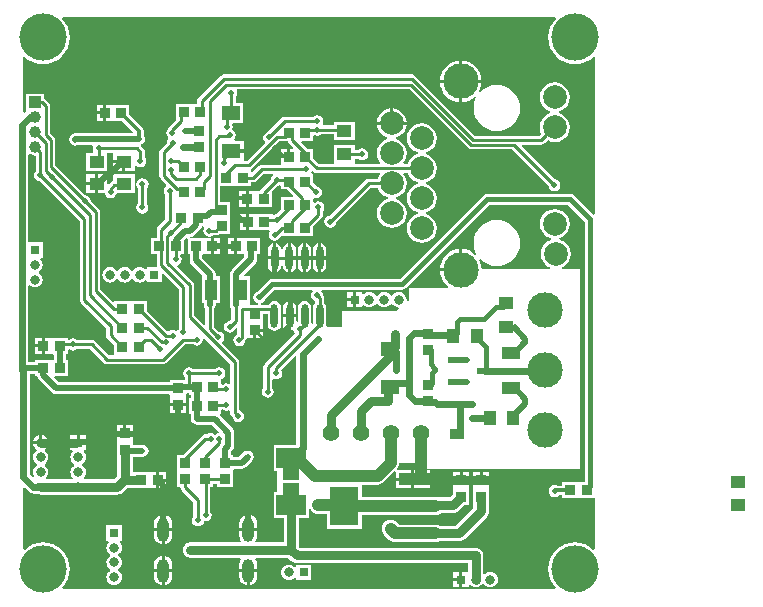
<source format=gbl>
G04*
G04 #@! TF.GenerationSoftware,Altium Limited,Altium Designer,19.1.7 (138)*
G04*
G04 Layer_Physical_Order=2*
G04 Layer_Color=16711680*
%FSLAX44Y44*%
%MOMM*%
G71*
G01*
G75*
%ADD11C,0.2500*%
%ADD12C,0.5000*%
%ADD41R,0.8500X0.8500*%
%ADD42R,0.8500X0.8500*%
%ADD43R,1.2500X1.0000*%
%ADD45R,1.3000X1.0500*%
%ADD54C,0.5000*%
%ADD55C,0.8000*%
%ADD56C,0.6000*%
%ADD57C,1.0000*%
%ADD58C,0.4000*%
%ADD59C,0.3000*%
%ADD62C,1.4000*%
%ADD63C,0.8000*%
%ADD64R,0.8000X0.8000*%
%ADD65R,0.8000X0.8000*%
%ADD66O,1.0000X2.0000*%
%ADD67C,3.0000*%
%ADD68C,2.0000*%
%ADD69R,1.0000X1.0000*%
%ADD70C,1.0000*%
%ADD71C,4.0000*%
%ADD72R,1.0000X1.2500*%
%ADD73R,1.0000X0.6000*%
%ADD74R,2.5000X1.7000*%
%ADD75R,1.6000X1.2000*%
%ADD76R,1.1000X1.8000*%
%ADD77R,2.4000X1.0000*%
%ADD78R,2.4000X3.3000*%
%ADD79R,1.6000X1.0000*%
G04:AMPARAMS|DCode=80|XSize=2mm|YSize=0.6mm|CornerRadius=0.3mm|HoleSize=0mm|Usage=FLASHONLY|Rotation=270.000|XOffset=0mm|YOffset=0mm|HoleType=Round|Shape=RoundedRectangle|*
%AMROUNDEDRECTD80*
21,1,2.0000,0.0000,0,0,270.0*
21,1,1.4000,0.6000,0,0,270.0*
1,1,0.6000,0.0000,-0.7000*
1,1,0.6000,0.0000,0.7000*
1,1,0.6000,0.0000,0.7000*
1,1,0.6000,0.0000,-0.7000*
%
%ADD80ROUNDEDRECTD80*%
%ADD81R,1.1750X0.8750*%
%ADD82R,1.4000X1.6750*%
%ADD83R,1.4000X1.5000*%
G36*
X458746Y490661D02*
X456201Y487561D01*
X454112Y483652D01*
X452826Y479411D01*
X452391Y475000D01*
X452826Y470589D01*
X454112Y466348D01*
X456201Y462439D01*
X459013Y459013D01*
X462439Y456201D01*
X466348Y454112D01*
X470589Y452826D01*
X475000Y452391D01*
X479411Y452826D01*
X483652Y454112D01*
X487561Y456201D01*
X490661Y458746D01*
X491931Y458291D01*
Y325354D01*
X490661Y324828D01*
X474244Y341244D01*
X472756Y342239D01*
X471000Y342588D01*
X401000D01*
X399244Y342239D01*
X397756Y341244D01*
X327099Y270588D01*
X219000D01*
X217244Y270239D01*
X215756Y269244D01*
X206264Y259753D01*
X206049Y259710D01*
X204395Y258605D01*
X203290Y256951D01*
X202902Y255000D01*
X203290Y253049D01*
X204395Y251395D01*
X206049Y250290D01*
X207038Y250093D01*
X206913Y248823D01*
X200231D01*
X200002Y249998D01*
X200002D01*
Y272998D01*
X195367D01*
X194881Y274172D01*
X204855Y284145D01*
X205960Y285799D01*
X206348Y287750D01*
Y291250D01*
X208750D01*
Y304750D01*
X196043D01*
X194790Y304790D01*
X193997Y304790D01*
X189270D01*
Y298000D01*
Y291210D01*
X193997D01*
X194790Y291210D01*
X194882Y291213D01*
X195329Y290791D01*
X195352Y289061D01*
X184395Y278105D01*
X183290Y276451D01*
X182902Y274500D01*
Y248500D01*
X183290Y246549D01*
X184177Y245222D01*
Y236584D01*
X182614Y235021D01*
X181049Y234710D01*
X179395Y233605D01*
X178290Y231951D01*
X177902Y230000D01*
X178290Y228049D01*
X179395Y226395D01*
X181049Y225290D01*
X183000Y224902D01*
X184951Y225290D01*
X186605Y226395D01*
X187710Y228049D01*
X187907Y229038D01*
X189177Y228913D01*
Y223485D01*
X189049Y223460D01*
X187395Y222355D01*
X186290Y220701D01*
X185902Y218750D01*
X186290Y216799D01*
X187395Y215145D01*
X189049Y214040D01*
X191000Y213652D01*
X192951Y214040D01*
X194605Y215145D01*
X195710Y216799D01*
X196066Y218589D01*
X196498Y219235D01*
X196554Y219312D01*
X197327Y220210D01*
X202730Y220210D01*
Y227000D01*
X204000D01*
Y228270D01*
X210790D01*
Y232997D01*
X210790Y233790D01*
X210750Y235043D01*
Y241177D01*
X215088D01*
Y232362D01*
X215515Y230216D01*
X216731Y228397D01*
X218550Y227181D01*
X220696Y226754D01*
X222842Y227181D01*
X224661Y228397D01*
X225877Y230216D01*
X226304Y232362D01*
Y246362D01*
X225877Y248508D01*
X224661Y250327D01*
X222842Y251543D01*
X220696Y251970D01*
X218550Y251543D01*
X216731Y250327D01*
X215726Y248823D01*
X209087D01*
X208962Y250093D01*
X209951Y250290D01*
X211605Y251395D01*
X212710Y253049D01*
X212753Y253264D01*
X220900Y261412D01*
X252615D01*
X253003Y260142D01*
X252040Y258701D01*
X251652Y256750D01*
X252040Y254799D01*
X253145Y253145D01*
X254799Y252040D01*
X255141Y251972D01*
Y250420D01*
X254999Y250325D01*
X253783Y248506D01*
X253356Y246360D01*
Y232613D01*
X253142Y232418D01*
X252095Y232828D01*
X251872Y233068D01*
Y246360D01*
X251445Y248506D01*
X250229Y250325D01*
X248410Y251541D01*
X246264Y251968D01*
X244118Y251541D01*
X242299Y250325D01*
X241083Y248506D01*
X240656Y246360D01*
Y233987D01*
X240483Y233883D01*
X239212Y234603D01*
Y238090D01*
X234834D01*
Y226964D01*
X235726Y227141D01*
X235739Y227150D01*
X237150Y226566D01*
X237290Y225862D01*
X238157Y224564D01*
X212458Y198865D01*
X211629Y197624D01*
X211338Y196161D01*
Y178116D01*
X210451Y176790D01*
X210063Y174839D01*
X210451Y172888D01*
X211556Y171234D01*
X213210Y170129D01*
X215161Y169741D01*
X217112Y170129D01*
X218766Y171234D01*
X219871Y172888D01*
X220259Y174839D01*
X219871Y176790D01*
X218985Y178116D01*
Y185284D01*
X220255Y185907D01*
X222000Y185559D01*
X223951Y185947D01*
X225605Y187053D01*
X226710Y188706D01*
X227098Y190657D01*
X226710Y192608D01*
X226031Y193624D01*
X237989Y205582D01*
X239162Y205096D01*
Y130093D01*
X239069Y130000D01*
X220000D01*
Y108000D01*
X222500D01*
Y90000D01*
X220000D01*
Y68000D01*
X228444D01*
Y47556D01*
X205274D01*
X204648Y48826D01*
X205086Y49398D01*
X205846Y51232D01*
X206105Y53200D01*
Y56930D01*
X190895D01*
Y53200D01*
X191154Y51232D01*
X191914Y49398D01*
X192352Y48826D01*
X191726Y47556D01*
X149500D01*
X147803Y47333D01*
X146222Y46678D01*
X144864Y45636D01*
X143822Y44278D01*
X143167Y42697D01*
X142944Y41000D01*
X143167Y39303D01*
X143822Y37722D01*
X144864Y36364D01*
X146222Y35322D01*
X147803Y34667D01*
X149500Y34444D01*
X191956D01*
X192582Y33174D01*
X191914Y32303D01*
X191154Y30468D01*
X190895Y28500D01*
Y24770D01*
X206105D01*
Y28500D01*
X205846Y30468D01*
X205086Y32303D01*
X204417Y33174D01*
X205044Y34444D01*
X232284D01*
X234864Y31864D01*
X236222Y30822D01*
X237803Y30167D01*
X239500Y29944D01*
X384444D01*
Y22540D01*
X379770D01*
Y16000D01*
Y9460D01*
X385040D01*
Y11004D01*
X386310Y11435D01*
X386364Y11364D01*
X387722Y10322D01*
X389303Y9667D01*
X391000Y9444D01*
X392697Y9667D01*
X394278Y10322D01*
X395636Y11364D01*
X396528Y12527D01*
X397250Y12636D01*
X397972Y12527D01*
X398864Y11364D01*
X400222Y10322D01*
X401803Y9667D01*
X403500Y9444D01*
X405197Y9667D01*
X406778Y10322D01*
X408136Y11364D01*
X409178Y12722D01*
X409833Y14303D01*
X410056Y16000D01*
X409833Y17697D01*
X409178Y19278D01*
X408136Y20636D01*
X406778Y21678D01*
X405197Y22333D01*
X403500Y22556D01*
X401803Y22333D01*
X400222Y21678D01*
X398864Y20636D01*
X398826Y20586D01*
X397556Y21017D01*
Y36500D01*
X397333Y38197D01*
X396678Y39778D01*
X395636Y41136D01*
X394278Y42178D01*
X392697Y42833D01*
X391000Y43056D01*
X242216D01*
X241556Y43716D01*
Y68000D01*
X250000D01*
Y75397D01*
X251270Y75649D01*
X251449Y75218D01*
X252651Y73651D01*
X254218Y72449D01*
X256042Y71693D01*
X258000Y71435D01*
X265500D01*
Y59000D01*
X294500D01*
Y70435D01*
X357000D01*
X358958Y70693D01*
X360782Y71449D01*
X362079Y72444D01*
X372000D01*
X373697Y72667D01*
X375278Y73322D01*
X376636Y74364D01*
X381522Y79250D01*
X385750D01*
Y91957D01*
X385790Y93210D01*
X385790Y94003D01*
Y98730D01*
X379000D01*
X372210D01*
Y94003D01*
X372210Y93210D01*
X372250Y91957D01*
Y88522D01*
X369284Y85556D01*
X358000D01*
X357533Y85494D01*
X357000Y85565D01*
X294500D01*
Y96435D01*
X308000D01*
X309958Y96693D01*
X311782Y97449D01*
X313349Y98651D01*
X322190Y107492D01*
X323460Y106966D01*
Y102270D01*
X336730D01*
Y108540D01*
X325034D01*
X324608Y109231D01*
X324471Y109810D01*
X325551Y111218D01*
X326307Y113042D01*
X326565Y115000D01*
X341000D01*
Y110000D01*
X479000Y110000D01*
X479000Y255000D01*
X479000D01*
X479000Y255000D01*
Y279000D01*
X464322D01*
X464070Y280270D01*
X465304Y280781D01*
X467915Y282785D01*
X469919Y285396D01*
X471178Y288437D01*
X471608Y291700D01*
X471178Y294963D01*
X469919Y298004D01*
X467915Y300615D01*
X465304Y302619D01*
X462263Y303878D01*
X462111Y303898D01*
X461940Y305202D01*
X464304Y306181D01*
X466915Y308185D01*
X468919Y310796D01*
X470178Y313837D01*
X470608Y317100D01*
X470178Y320363D01*
X468919Y323404D01*
X466915Y326015D01*
X464304Y328019D01*
X461263Y329278D01*
X458000Y329708D01*
X454737Y329278D01*
X451696Y328019D01*
X449085Y326015D01*
X447081Y323404D01*
X445822Y320363D01*
X445392Y317100D01*
X445822Y313837D01*
X447081Y310796D01*
X449085Y308185D01*
X451696Y306181D01*
X454737Y304922D01*
X454889Y304902D01*
X455061Y303598D01*
X452696Y302619D01*
X450085Y300615D01*
X448081Y298004D01*
X446822Y294963D01*
X446392Y291700D01*
X446822Y288437D01*
X448081Y285396D01*
X450085Y282785D01*
X452696Y280781D01*
X453930Y280270D01*
X453678Y279000D01*
X396066Y279000D01*
X395786Y281838D01*
X394783Y285145D01*
X394212Y286213D01*
X395145Y287045D01*
X398114Y284608D01*
X401502Y282797D01*
X405177Y281682D01*
X409000Y281306D01*
X412823Y281682D01*
X416498Y282797D01*
X419886Y284608D01*
X422855Y287045D01*
X425292Y290014D01*
X427103Y293402D01*
X428218Y297077D01*
X428594Y300900D01*
X428218Y304723D01*
X427103Y308398D01*
X425292Y311786D01*
X422855Y314755D01*
X419886Y317192D01*
X416498Y319003D01*
X412823Y320118D01*
X409000Y320494D01*
X405177Y320118D01*
X401502Y319003D01*
X398114Y317192D01*
X395145Y314755D01*
X392708Y311786D01*
X390897Y308398D01*
X389782Y304723D01*
X389406Y300900D01*
X389782Y297077D01*
X390897Y293402D01*
X391699Y291901D01*
X390698Y291080D01*
X388292Y293055D01*
X385245Y294683D01*
X381939Y295686D01*
X379770Y295900D01*
Y278400D01*
X378500D01*
Y277130D01*
X361000D01*
X361214Y274961D01*
X362217Y271655D01*
X363845Y268608D01*
X366037Y265937D01*
X368069Y264270D01*
X367615Y263000D01*
X335000D01*
Y252000D01*
X333705D01*
X332593Y252968D01*
X332545Y253082D01*
X332333Y254697D01*
X331678Y256278D01*
X330636Y257636D01*
X329278Y258678D01*
X327697Y259333D01*
X326000Y259556D01*
X324303Y259333D01*
X322722Y258678D01*
X321364Y257636D01*
X320472Y256473D01*
X319750Y256364D01*
X319028Y256473D01*
X318136Y257636D01*
X316778Y258678D01*
X315197Y259333D01*
X313500Y259556D01*
X311803Y259333D01*
X310222Y258678D01*
X308864Y257636D01*
X307972Y256473D01*
X307250Y256364D01*
X306528Y256473D01*
X305636Y257636D01*
X304278Y258678D01*
X302697Y259333D01*
X301000Y259556D01*
X299303Y259333D01*
X297722Y258678D01*
X296364Y257636D01*
X296310Y257565D01*
X295040Y257996D01*
Y259540D01*
X289770D01*
Y253000D01*
Y246460D01*
X295040D01*
Y248004D01*
X296310Y248435D01*
X296364Y248364D01*
X297722Y247322D01*
X299303Y246667D01*
X301000Y246444D01*
X302697Y246667D01*
X304278Y247322D01*
X305636Y248364D01*
X306528Y249527D01*
X307250Y249636D01*
X307972Y249527D01*
X308864Y248364D01*
X310222Y247322D01*
X311803Y246667D01*
X313500Y246444D01*
X315197Y246667D01*
X316778Y247322D01*
X318136Y248364D01*
X319028Y249527D01*
X319750Y249636D01*
X320472Y249527D01*
X321364Y248364D01*
X322722Y247322D01*
X324303Y246667D01*
X325689Y246485D01*
X326313Y245313D01*
X324000Y243000D01*
X278000D01*
Y230000D01*
X265397D01*
X264355Y231270D01*
X264572Y232360D01*
Y246360D01*
X264145Y248506D01*
X262929Y250325D01*
X262787Y250420D01*
Y254536D01*
X262496Y255999D01*
X261786Y257063D01*
X261460Y258701D01*
X260497Y260142D01*
X260885Y261412D01*
X329000D01*
X330756Y261761D01*
X332244Y262756D01*
X402901Y333412D01*
X469100D01*
X483412Y319100D01*
Y98750D01*
X479020D01*
X478250Y98750D01*
X476980Y98750D01*
X464250D01*
Y95461D01*
X460323D01*
X459951Y95710D01*
X458000Y96098D01*
X456049Y95710D01*
X454395Y94605D01*
X453290Y92951D01*
X452902Y91000D01*
X453290Y89049D01*
X454395Y87395D01*
X456049Y86290D01*
X458000Y85902D01*
X459951Y86290D01*
X461469Y87304D01*
X464250D01*
Y85250D01*
X476980D01*
X477750Y85250D01*
X479020Y85250D01*
X491750D01*
X491931Y84055D01*
Y41709D01*
X490661Y41254D01*
X487561Y43799D01*
X483652Y45888D01*
X479411Y47174D01*
X475000Y47609D01*
X470589Y47174D01*
X466348Y45888D01*
X462439Y43799D01*
X459013Y40987D01*
X456201Y37561D01*
X454112Y33652D01*
X452826Y29411D01*
X452391Y25000D01*
X452826Y20589D01*
X454112Y16348D01*
X456201Y12439D01*
X458746Y9339D01*
X458291Y8069D01*
X41709D01*
X41254Y9339D01*
X43799Y12439D01*
X45888Y16348D01*
X47174Y20589D01*
X47609Y25000D01*
X47174Y29411D01*
X45888Y33652D01*
X43799Y37561D01*
X40987Y40987D01*
X37561Y43799D01*
X33652Y45888D01*
X29411Y47174D01*
X25000Y47609D01*
X20589Y47174D01*
X16348Y45888D01*
X12439Y43799D01*
X9339Y41254D01*
X8069Y41709D01*
Y93341D01*
X9242Y93827D01*
X12535Y90535D01*
X14354Y89319D01*
X16250Y88942D01*
Y88000D01*
X22324D01*
X22750Y87944D01*
X87750D01*
X89447Y88167D01*
X91028Y88822D01*
X92386Y89864D01*
X95966Y93444D01*
X101250D01*
Y93250D01*
X113957D01*
X115210Y93210D01*
X116003Y93210D01*
X120730D01*
Y100000D01*
Y106790D01*
X116004D01*
X115210Y106790D01*
X113957Y106750D01*
X101250D01*
X100556Y107733D01*
Y119250D01*
X100750D01*
Y119902D01*
X109000D01*
X110951Y120290D01*
X112605Y121395D01*
X113710Y123049D01*
X114098Y125000D01*
X113710Y126951D01*
X112605Y128605D01*
X110951Y129710D01*
X109000Y130098D01*
X101648D01*
X100750Y130996D01*
Y131957D01*
X100790Y133210D01*
X100790Y134003D01*
Y138730D01*
X94000D01*
X87210D01*
Y134003D01*
X87210Y133210D01*
X87250Y131957D01*
Y119250D01*
X87444D01*
Y103466D01*
X85034Y101056D01*
X59517D01*
X59086Y102326D01*
X59136Y102364D01*
X60178Y103722D01*
X60833Y105303D01*
X61056Y107000D01*
X60833Y108697D01*
X60178Y110278D01*
X59136Y111636D01*
X57973Y112528D01*
X57864Y113250D01*
X57973Y113972D01*
X59136Y114864D01*
X60178Y116222D01*
X60833Y117803D01*
X61056Y119500D01*
X60833Y121197D01*
X60178Y122778D01*
X59136Y124136D01*
X59065Y124190D01*
X59496Y125460D01*
X61040D01*
Y130730D01*
X54500D01*
X47960D01*
Y125460D01*
X49504D01*
X49935Y124190D01*
X49864Y124136D01*
X48822Y122778D01*
X48167Y121197D01*
X47944Y119500D01*
X48167Y117803D01*
X48822Y116222D01*
X49864Y114864D01*
X51027Y113972D01*
X51136Y113250D01*
X51027Y112528D01*
X49864Y111636D01*
X48822Y110278D01*
X48167Y108697D01*
X47944Y107000D01*
X48167Y105303D01*
X48822Y103722D01*
X49864Y102364D01*
X49914Y102326D01*
X49483Y101056D01*
X27768D01*
X27336Y102326D01*
X27386Y102364D01*
X28428Y103722D01*
X29083Y105303D01*
X29306Y107000D01*
X29083Y108697D01*
X28428Y110278D01*
X27386Y111636D01*
X26223Y112528D01*
X26114Y113250D01*
X26223Y113972D01*
X27386Y114864D01*
X28428Y116222D01*
X29083Y117803D01*
X29306Y119500D01*
X29083Y121197D01*
X28428Y122778D01*
X27386Y124136D01*
X26260Y125000D01*
X26140Y125730D01*
X26140Y125780D01*
X26266Y126454D01*
X27415Y127336D01*
X28463Y128702D01*
X29122Y130293D01*
X29179Y130730D01*
X22750D01*
X16321D01*
X16379Y130293D01*
X17038Y128702D01*
X18086Y127336D01*
X19235Y126454D01*
X19360Y125780D01*
X19361Y125730D01*
X19241Y125000D01*
X18114Y124136D01*
X17072Y122778D01*
X16417Y121197D01*
X16194Y119500D01*
X16417Y117803D01*
X17072Y116222D01*
X18114Y114864D01*
X19277Y113972D01*
X19386Y113250D01*
X19277Y112528D01*
X18114Y111636D01*
X17072Y110278D01*
X16417Y108697D01*
X16194Y107000D01*
X16417Y105303D01*
X17072Y103722D01*
X17296Y103430D01*
X16339Y102591D01*
X13608Y105323D01*
Y189902D01*
X18250D01*
Y188250D01*
X20051D01*
X20290Y187049D01*
X21395Y185395D01*
X32395Y174395D01*
X34049Y173290D01*
X36000Y172902D01*
X131351D01*
X132237Y171632D01*
X132210Y170790D01*
X132210Y169997D01*
Y165270D01*
X145790D01*
Y169996D01*
X145790Y170790D01*
X145750Y172043D01*
Y172754D01*
X146648Y173652D01*
X148250D01*
Y172250D01*
X149902D01*
Y169750D01*
X148250D01*
Y156250D01*
X149902D01*
Y152000D01*
X150290Y150049D01*
X151395Y148395D01*
X153049Y147290D01*
X155000Y146902D01*
X167888D01*
X173498Y141293D01*
X173079Y139915D01*
X172049Y139710D01*
X170500Y138675D01*
X168951Y139710D01*
X167000Y140098D01*
X165049Y139710D01*
X163722Y138823D01*
X162000D01*
X160537Y138532D01*
X159296Y137704D01*
X143343Y121750D01*
X138250D01*
Y109020D01*
X138250Y108250D01*
X138250Y106980D01*
Y94250D01*
X141177D01*
Y94000D01*
X141468Y92537D01*
X142296Y91296D01*
X152177Y81416D01*
Y69278D01*
X151290Y67951D01*
X150902Y66000D01*
X151290Y64049D01*
X152395Y62395D01*
X154049Y61290D01*
X156000Y60902D01*
X157951Y61290D01*
X159605Y62395D01*
X160710Y64049D01*
X160989Y65453D01*
X162500Y65152D01*
X164451Y65540D01*
X166105Y66645D01*
X167210Y68299D01*
X167598Y70250D01*
X167210Y72201D01*
X166323Y73528D01*
Y94250D01*
X168750D01*
Y97177D01*
X172250D01*
Y94250D01*
X185750D01*
Y106980D01*
X185750Y107750D01*
X185750Y109004D01*
X186648Y109902D01*
X193000D01*
X194951Y110290D01*
X196605Y111395D01*
X201605Y116395D01*
X202710Y118049D01*
X203098Y120000D01*
X202710Y121951D01*
X201605Y123605D01*
X199951Y124710D01*
X198000Y125098D01*
X196049Y124710D01*
X194395Y123605D01*
X190888Y120098D01*
X185750D01*
Y121750D01*
X184348D01*
Y124638D01*
X185355Y125645D01*
X186460Y127299D01*
X186848Y129250D01*
Y140250D01*
X186460Y142201D01*
X185355Y143855D01*
X174230Y154980D01*
X174756Y156250D01*
X175750D01*
Y159520D01*
X177020Y159978D01*
X178049Y159290D01*
X180000Y158902D01*
X181907Y159281D01*
X182133Y159309D01*
X183177Y158625D01*
Y157500D01*
X183468Y156037D01*
X184296Y154796D01*
X184979Y154114D01*
X185290Y152549D01*
X186395Y150895D01*
X188049Y149790D01*
X190000Y149402D01*
X191951Y149790D01*
X193605Y150895D01*
X194710Y152549D01*
X195098Y154500D01*
X194710Y156451D01*
X193605Y158105D01*
X191951Y159210D01*
X190823Y159434D01*
Y199899D01*
X190532Y201362D01*
X189704Y202602D01*
X176397Y215909D01*
X176521Y217173D01*
X176854Y217395D01*
X177959Y219049D01*
X178347Y221000D01*
X177959Y222950D01*
X176854Y224604D01*
X175200Y225709D01*
X173863Y225975D01*
X169823Y230015D01*
Y245222D01*
X170710Y246549D01*
X171098Y248500D01*
Y249998D01*
X175002D01*
Y272998D01*
X171098D01*
Y274500D01*
X170710Y276451D01*
X169605Y278105D01*
X159348Y288362D01*
Y290238D01*
X160618Y291229D01*
X161210Y291210D01*
X162003Y291210D01*
X166730D01*
Y298000D01*
Y304790D01*
X162003D01*
X161210Y304790D01*
X159957Y304750D01*
X149718D01*
X149593Y306020D01*
X150951Y306290D01*
X152605Y307395D01*
X157855Y312645D01*
X158960Y314299D01*
X159149Y315250D01*
X160632D01*
X161311Y313980D01*
X160790Y313201D01*
X160402Y311250D01*
X160790Y309299D01*
X161895Y307645D01*
X163549Y306540D01*
X165500Y306152D01*
X167451Y306540D01*
X168778Y307427D01*
X171250D01*
X172713Y307718D01*
X173510Y308250D01*
X182750D01*
Y321750D01*
X182750Y321750D01*
Y322250D01*
X182750D01*
X182750Y323020D01*
Y335750D01*
X174823D01*
Y349250D01*
X185980D01*
X186750Y349250D01*
Y349250D01*
X187250D01*
Y349250D01*
X200750D01*
Y352177D01*
X202500D01*
X203963Y352468D01*
X205204Y353296D01*
X211584Y359677D01*
X219648D01*
X220033Y358407D01*
X219020Y357730D01*
X217915Y356076D01*
X217604Y354511D01*
X208796Y345704D01*
X208326Y345000D01*
X205543D01*
X204290Y345040D01*
X203497Y345040D01*
X198770D01*
Y338250D01*
Y331460D01*
X203496D01*
X204290Y331460D01*
X205543Y331500D01*
X218250D01*
Y344343D01*
X223011Y349104D01*
X224576Y349415D01*
X224980Y349685D01*
X226250Y349006D01*
Y346250D01*
X231343D01*
X236670Y340923D01*
X236183Y339750D01*
X226250D01*
Y329407D01*
X222364Y325521D01*
X220799Y325210D01*
X220020Y324689D01*
X218750Y325354D01*
Y325750D01*
X206043D01*
X204790Y325790D01*
X203997Y325790D01*
X199270D01*
Y319000D01*
Y312210D01*
X203997D01*
X204790Y312210D01*
X206043Y312250D01*
X216299D01*
X216978Y310980D01*
X216290Y309951D01*
X215902Y308000D01*
X216290Y306049D01*
X217395Y304395D01*
X219049Y303290D01*
X221000Y302902D01*
X222951Y303290D01*
X224605Y304395D01*
X225710Y306049D01*
X225738Y306192D01*
X226250Y307250D01*
X238980D01*
X239750Y307250D01*
Y307250D01*
X240250D01*
Y307250D01*
X253750D01*
Y315343D01*
X260704Y322296D01*
X261532Y323537D01*
X261823Y325000D01*
Y327722D01*
X262710Y329049D01*
X263098Y331000D01*
X262710Y332951D01*
X261605Y334605D01*
X259951Y335710D01*
X258000Y336098D01*
X256049Y335710D01*
X255020Y335022D01*
X253750Y335701D01*
Y338079D01*
X255020Y339097D01*
X256000Y338902D01*
X257951Y339290D01*
X259605Y340395D01*
X260710Y342049D01*
X261098Y344000D01*
X260710Y345951D01*
X259605Y347605D01*
X257951Y348710D01*
X256386Y349021D01*
X253750Y351657D01*
Y359750D01*
X252285D01*
X251714Y360820D01*
X252174Y361887D01*
X253409Y362184D01*
X254146Y361446D01*
X255387Y360618D01*
X256850Y360327D01*
X257855Y360527D01*
X309720D01*
X310281Y359388D01*
X309181Y357954D01*
X308071Y355273D01*
X300450D01*
X298987Y354982D01*
X297746Y354154D01*
X267614Y324021D01*
X266049Y323710D01*
X264395Y322605D01*
X263290Y320951D01*
X262902Y319000D01*
X263290Y317049D01*
X264395Y315395D01*
X266049Y314290D01*
X268000Y313902D01*
X269951Y314290D01*
X271605Y315395D01*
X272710Y317049D01*
X273021Y318614D01*
X302034Y347627D01*
X308237D01*
X309181Y345346D01*
X311185Y342735D01*
X313796Y340731D01*
X316523Y339602D01*
X316523Y339600D01*
Y338300D01*
X316523Y338298D01*
X313796Y337169D01*
X311185Y335165D01*
X309181Y332554D01*
X307922Y329513D01*
X307492Y326250D01*
X307922Y322987D01*
X309181Y319946D01*
X311185Y317335D01*
X313796Y315331D01*
X316837Y314072D01*
X320100Y313642D01*
X323363Y314072D01*
X326404Y315331D01*
X329015Y317335D01*
X331019Y319946D01*
X332278Y322987D01*
X332708Y326250D01*
X332278Y329513D01*
X331019Y332554D01*
X329015Y335165D01*
X326404Y337169D01*
X323677Y338298D01*
X323677Y338300D01*
Y339600D01*
X323677Y339602D01*
X326404Y340731D01*
X329015Y342735D01*
X331019Y345346D01*
X332278Y348387D01*
X332708Y351650D01*
X332278Y354913D01*
X331019Y357954D01*
X329919Y359388D01*
X330480Y360527D01*
X333554D01*
X334581Y358046D01*
X336585Y355435D01*
X339196Y353431D01*
X341923Y352302D01*
X341923Y352300D01*
Y351000D01*
X341923Y350998D01*
X339196Y349869D01*
X336585Y347865D01*
X334581Y345254D01*
X333322Y342213D01*
X332892Y338950D01*
X333322Y335687D01*
X334581Y332646D01*
X336585Y330035D01*
X339196Y328031D01*
X341923Y326902D01*
X341923Y326900D01*
Y325600D01*
X341923Y325598D01*
X339196Y324469D01*
X336585Y322465D01*
X334581Y319854D01*
X333322Y316813D01*
X332892Y313550D01*
X333322Y310287D01*
X334581Y307246D01*
X336585Y304635D01*
X339196Y302631D01*
X342237Y301372D01*
X345500Y300942D01*
X348763Y301372D01*
X351804Y302631D01*
X354415Y304635D01*
X356419Y307246D01*
X357678Y310287D01*
X358108Y313550D01*
X357678Y316813D01*
X356419Y319854D01*
X354415Y322465D01*
X351804Y324469D01*
X349077Y325598D01*
X349077Y325600D01*
Y326900D01*
X349077Y326902D01*
X351804Y328031D01*
X354415Y330035D01*
X356419Y332646D01*
X357678Y335687D01*
X358108Y338950D01*
X357678Y342213D01*
X356419Y345254D01*
X354415Y347865D01*
X351804Y349869D01*
X349077Y350998D01*
X349077Y351000D01*
Y352300D01*
X349077Y352302D01*
X351804Y353431D01*
X354415Y355435D01*
X356419Y358046D01*
X357678Y361087D01*
X358108Y364350D01*
X357678Y367613D01*
X356419Y370654D01*
X354415Y373265D01*
X351804Y375269D01*
X349077Y376398D01*
X349077Y376400D01*
Y377700D01*
X349077Y377702D01*
X351804Y378831D01*
X354415Y380835D01*
X356419Y383446D01*
X357678Y386487D01*
X358108Y389750D01*
X357678Y393013D01*
X356419Y396054D01*
X354415Y398665D01*
X351804Y400669D01*
X348763Y401928D01*
X345500Y402358D01*
X342237Y401928D01*
X339196Y400669D01*
X336585Y398665D01*
X334581Y396054D01*
X333322Y393013D01*
X332892Y389750D01*
X333322Y386487D01*
X334581Y383446D01*
X336585Y380835D01*
X339196Y378831D01*
X341923Y377702D01*
X341923Y377700D01*
Y376400D01*
X341923Y376398D01*
X339196Y375269D01*
X336585Y373265D01*
X334581Y370654D01*
X333554Y368173D01*
X330480D01*
X329919Y369312D01*
X331019Y370746D01*
X332278Y373787D01*
X332708Y377050D01*
X332278Y380313D01*
X331019Y383354D01*
X329015Y385965D01*
X326404Y387969D01*
X323771Y389059D01*
X323781Y390402D01*
X326424Y391496D01*
X329044Y393506D01*
X331054Y396126D01*
X332317Y399176D01*
X332581Y401180D01*
X320100D01*
X307619D01*
X307883Y399176D01*
X309146Y396126D01*
X311156Y393506D01*
X313776Y391496D01*
X316419Y390402D01*
X316429Y389059D01*
X313796Y387969D01*
X311185Y385965D01*
X309181Y383354D01*
X307922Y380313D01*
X307492Y377050D01*
X307922Y373787D01*
X309181Y370746D01*
X310281Y369312D01*
X309720Y368173D01*
X289885D01*
X288750Y368500D01*
X288750Y369443D01*
Y372177D01*
X291722D01*
X293049Y371290D01*
X295000Y370902D01*
X296951Y371290D01*
X298605Y372395D01*
X299710Y374049D01*
X300098Y376000D01*
X299710Y377951D01*
X298605Y379605D01*
X296951Y380710D01*
X295000Y381098D01*
X293049Y380710D01*
X291722Y379823D01*
X288750D01*
Y383500D01*
X271250D01*
X271250Y368500D01*
X270115Y368173D01*
X258234D01*
X253750Y372657D01*
Y380750D01*
X248657D01*
X243330Y386077D01*
X243817Y387250D01*
X253750D01*
Y391811D01*
X254870Y392410D01*
X255049Y392290D01*
X257000Y391902D01*
X258951Y392290D01*
X260278Y393177D01*
X271250D01*
Y388500D01*
X288750D01*
Y403500D01*
X271250D01*
Y400823D01*
X262375D01*
X261691Y401867D01*
X261719Y402093D01*
X262098Y404000D01*
X261710Y405951D01*
X260605Y407605D01*
X258951Y408710D01*
X257000Y409098D01*
X255049Y408710D01*
X253722Y407823D01*
X229250D01*
X227787Y407532D01*
X226546Y406704D01*
X215925Y396082D01*
X214049Y395709D01*
X212395Y394604D01*
X211290Y392950D01*
X210902Y390999D01*
X211290Y389048D01*
X212395Y387394D01*
X212577Y387273D01*
X212701Y386009D01*
X197266Y370573D01*
X194540D01*
Y377730D01*
X184000D01*
Y380270D01*
X194540D01*
Y387540D01*
X187436D01*
X186881Y388810D01*
X187708Y390048D01*
X188097Y391999D01*
X187708Y393950D01*
X186603Y395604D01*
X184949Y396709D01*
X185195Y397955D01*
X185502Y399500D01*
X185158Y401230D01*
X185824Y402500D01*
X194500D01*
Y419500D01*
X187823D01*
Y424722D01*
X188710Y426048D01*
X189098Y427999D01*
X188718Y429907D01*
X188689Y430133D01*
X189377Y431177D01*
X335085D01*
X384735Y381526D01*
X385975Y380698D01*
X387438Y380407D01*
X421786D01*
X452779Y349414D01*
X453090Y347849D01*
X454195Y346195D01*
X455849Y345090D01*
X457800Y344702D01*
X459751Y345090D01*
X461405Y346195D01*
X462510Y347849D01*
X462898Y349800D01*
X462510Y351751D01*
X461405Y353405D01*
X459751Y354510D01*
X458186Y354821D01*
X430004Y383003D01*
X430490Y384177D01*
X446800D01*
X448263Y384468D01*
X449504Y385296D01*
X452115Y387908D01*
X454737Y386822D01*
X458000Y386392D01*
X461263Y386822D01*
X464304Y388081D01*
X466915Y390085D01*
X468919Y392696D01*
X470178Y395737D01*
X470608Y399000D01*
X470178Y402263D01*
X468919Y405304D01*
X466915Y407915D01*
X464304Y409919D01*
X461577Y411048D01*
X461577Y411050D01*
Y412350D01*
X461577Y412352D01*
X464304Y413481D01*
X466915Y415485D01*
X468919Y418096D01*
X470178Y421137D01*
X470608Y424400D01*
X470178Y427663D01*
X468919Y430704D01*
X466915Y433315D01*
X464304Y435319D01*
X461263Y436578D01*
X458000Y437008D01*
X454737Y436578D01*
X451696Y435319D01*
X449085Y433315D01*
X447081Y430704D01*
X445822Y427663D01*
X445392Y424400D01*
X445822Y421137D01*
X447081Y418096D01*
X449085Y415485D01*
X451696Y413481D01*
X454423Y412352D01*
X454423Y412350D01*
Y411050D01*
X454423Y411048D01*
X451696Y409919D01*
X449085Y407915D01*
X447081Y405304D01*
X445822Y402263D01*
X445392Y399000D01*
X445822Y395737D01*
X446791Y393398D01*
X445216Y391823D01*
X390584D01*
X339704Y442704D01*
X338463Y443532D01*
X337000Y443823D01*
X178000D01*
X176537Y443532D01*
X175296Y442704D01*
X156296Y423704D01*
X155468Y422463D01*
X155177Y421000D01*
Y418750D01*
X151250D01*
Y418750D01*
X150750D01*
Y418750D01*
X137250D01*
Y405250D01*
X137250Y405250D01*
X137250D01*
X136764Y404171D01*
X131546Y398954D01*
X130718Y397713D01*
X130704Y397644D01*
X130645Y397605D01*
X129540Y395951D01*
X129152Y394000D01*
X129540Y392049D01*
X130645Y390395D01*
X130667Y390381D01*
X130853Y389015D01*
X129843Y387504D01*
X129532Y385939D01*
X124296Y380704D01*
X123468Y379463D01*
X123177Y378000D01*
Y358000D01*
X123468Y356537D01*
X124296Y355296D01*
X129242Y350351D01*
X129117Y349087D01*
X128395Y348605D01*
X127290Y346951D01*
X126902Y345000D01*
X127290Y343049D01*
X128177Y341722D01*
Y320834D01*
X122296Y314954D01*
X121468Y313713D01*
X121177Y312250D01*
Y304750D01*
X116250D01*
Y291250D01*
X121177D01*
Y282000D01*
X121222Y281770D01*
X120180Y280500D01*
X112500D01*
Y278944D01*
X111230Y278513D01*
X111136Y278636D01*
X109778Y279678D01*
X108197Y280333D01*
X106500Y280556D01*
X104803Y280333D01*
X103222Y279678D01*
X101864Y278636D01*
X100972Y277473D01*
X100250Y277364D01*
X99528Y277473D01*
X98636Y278636D01*
X97278Y279678D01*
X95697Y280333D01*
X94000Y280556D01*
X92303Y280333D01*
X90722Y279678D01*
X89364Y278636D01*
X88472Y277473D01*
X87750Y277364D01*
X87028Y277473D01*
X86136Y278636D01*
X84778Y279678D01*
X83197Y280333D01*
X81500Y280556D01*
X79803Y280333D01*
X78222Y279678D01*
X76864Y278636D01*
X75822Y277278D01*
X75167Y275697D01*
X74944Y274000D01*
X75167Y272303D01*
X75822Y270722D01*
X76864Y269364D01*
X78222Y268322D01*
X79803Y267667D01*
X81500Y267444D01*
X83197Y267667D01*
X84778Y268322D01*
X86136Y269364D01*
X87028Y270527D01*
X87750Y270636D01*
X88472Y270527D01*
X89364Y269364D01*
X90722Y268322D01*
X92303Y267667D01*
X94000Y267444D01*
X95697Y267667D01*
X97278Y268322D01*
X98636Y269364D01*
X99528Y270527D01*
X100250Y270636D01*
X100972Y270527D01*
X101864Y269364D01*
X103222Y268322D01*
X104803Y267667D01*
X106500Y267444D01*
X108197Y267667D01*
X109778Y268322D01*
X111136Y269364D01*
X111230Y269487D01*
X112500Y269056D01*
Y267500D01*
X125500D01*
Y274433D01*
X126673Y274919D01*
X139677Y261916D01*
Y228528D01*
X138790Y227201D01*
X137404Y226740D01*
X136701Y227210D01*
X134750Y227598D01*
X132799Y227210D01*
X131472Y226323D01*
X130084D01*
X112750Y243657D01*
Y251750D01*
X99250D01*
Y251750D01*
X98750D01*
Y251750D01*
X85250D01*
Y251317D01*
X84077Y250830D01*
X73323Y261584D01*
Y327000D01*
X73032Y328463D01*
X72204Y329704D01*
X65271Y336636D01*
X64960Y338201D01*
X63855Y339855D01*
X62201Y340960D01*
X60636Y341271D01*
X35323Y366584D01*
Y387750D01*
X35032Y389213D01*
X34204Y390454D01*
X30823Y393834D01*
Y416750D01*
X30532Y418213D01*
X29704Y419454D01*
X26454Y422704D01*
X25500Y423341D01*
Y427500D01*
X10500D01*
Y412500D01*
X10500Y412500D01*
X10500D01*
X9730Y411596D01*
X9535Y411465D01*
X9242Y411173D01*
X8069Y411659D01*
Y458290D01*
X9339Y458746D01*
X12439Y456201D01*
X16348Y454112D01*
X20589Y452826D01*
X25000Y452391D01*
X29411Y452826D01*
X33652Y454112D01*
X37561Y456201D01*
X40987Y459013D01*
X43799Y462439D01*
X45888Y466348D01*
X47174Y470589D01*
X47609Y475000D01*
X47174Y479411D01*
X45888Y483652D01*
X43799Y487561D01*
X41254Y490661D01*
X41709Y491931D01*
X458291D01*
X458746Y490661D01*
D02*
G37*
G36*
X232468Y386537D02*
X233296Y385297D01*
X236630Y381963D01*
X236143Y380790D01*
X234270D01*
Y374000D01*
X233000D01*
Y372730D01*
X226210D01*
Y367323D01*
X210000D01*
X208537Y367032D01*
X207296Y366204D01*
X202020Y360927D01*
X200750Y361453D01*
Y362750D01*
X200750Y362750D01*
X200750D01*
X201234Y363833D01*
X201553Y364046D01*
X224683Y387177D01*
X230000D01*
X230369Y387250D01*
X232326D01*
X232468Y386537D01*
D02*
G37*
G36*
X14218Y375949D02*
X16042Y375193D01*
X18000Y374935D01*
X18427Y374561D01*
Y361778D01*
X17540Y360451D01*
X17152Y358500D01*
X17540Y356549D01*
X18645Y354895D01*
X20299Y353790D01*
X21864Y353479D01*
X55927Y319416D01*
Y253000D01*
X56218Y251537D01*
X57046Y250296D01*
X78177Y229166D01*
Y223000D01*
X78468Y221537D01*
X79296Y220296D01*
X85250Y214343D01*
Y206250D01*
X84157Y205823D01*
X80584D01*
X68704Y217704D01*
X67463Y218532D01*
X66000Y218823D01*
X53278D01*
X51951Y219710D01*
X50000Y220098D01*
X48049Y219710D01*
X47020Y219022D01*
X45750Y219480D01*
Y220750D01*
X33043D01*
X31790Y220790D01*
X30997Y220790D01*
X26270D01*
Y214000D01*
Y207210D01*
X30997D01*
X31790Y207210D01*
X32632Y207237D01*
X33902Y206351D01*
Y201750D01*
X32250D01*
X32250Y201750D01*
X31750D01*
Y201750D01*
X30980Y201750D01*
X18250D01*
Y200098D01*
X12358D01*
Y264761D01*
X13628Y265162D01*
X14722Y264322D01*
X16303Y263667D01*
X18000Y263444D01*
X19697Y263667D01*
X21278Y264322D01*
X22636Y265364D01*
X23678Y266722D01*
X24333Y268303D01*
X24556Y270000D01*
X24333Y271697D01*
X23678Y273278D01*
X22636Y274636D01*
X21473Y275528D01*
X21364Y276250D01*
X21473Y276972D01*
X22636Y277864D01*
X23678Y279222D01*
X24333Y280803D01*
X24556Y282500D01*
X24333Y284197D01*
X23678Y285778D01*
X22636Y287136D01*
X22513Y287230D01*
X22944Y288500D01*
X24500D01*
Y301500D01*
X12358D01*
Y375775D01*
X13628Y376401D01*
X14218Y375949D01*
D02*
G37*
G36*
X147250Y304244D02*
Y291250D01*
X149152D01*
Y286250D01*
X149540Y284299D01*
X150645Y282645D01*
X159380Y273911D01*
X159002Y272998D01*
X159002D01*
Y249998D01*
X160902D01*
Y248500D01*
X161290Y246549D01*
X162177Y245222D01*
Y231789D01*
X161003Y231303D01*
X152823Y239483D01*
Y265250D01*
X152532Y266713D01*
X151704Y267954D01*
X138582Y281075D01*
X138859Y281986D01*
X139078Y282375D01*
X140605Y283395D01*
X141710Y285049D01*
X142098Y287000D01*
X141710Y288951D01*
X141022Y289980D01*
X141480Y291250D01*
X143750D01*
Y302540D01*
X145994Y304785D01*
X147250Y304244D01*
D02*
G37*
G36*
X183177Y198315D02*
Y182375D01*
X182133Y181691D01*
X181907Y181719D01*
X180000Y182098D01*
X178049Y181710D01*
X177020Y181022D01*
X175750Y181480D01*
Y185750D01*
X175750Y185750D01*
X175855Y185771D01*
X175951Y185790D01*
X177605Y186895D01*
X178710Y188549D01*
X179098Y190500D01*
X178710Y192451D01*
X177605Y194105D01*
X175951Y195210D01*
X174000Y195598D01*
X172049Y195210D01*
X170722Y194323D01*
X151778D01*
X150451Y195210D01*
X148500Y195598D01*
X146549Y195210D01*
X144895Y194105D01*
X143790Y192451D01*
X143402Y190500D01*
X143790Y188549D01*
X144677Y187222D01*
Y184750D01*
X132250D01*
Y183098D01*
X38112D01*
X34133Y187077D01*
X34619Y188250D01*
X45750D01*
Y201750D01*
X44098D01*
Y207250D01*
X45750D01*
Y210520D01*
X47020Y210978D01*
X48049Y210290D01*
X50000Y209902D01*
X51951Y210290D01*
X53278Y211177D01*
X64416D01*
X76296Y199296D01*
X77537Y198468D01*
X79000Y198177D01*
X126000D01*
X127463Y198468D01*
X128704Y199296D01*
X144584Y215177D01*
X151722D01*
X153049Y214290D01*
X155000Y213902D01*
X156951Y214290D01*
X158605Y215395D01*
X159710Y217049D01*
X160098Y219000D01*
X159950Y219746D01*
X161120Y220372D01*
X183177Y198315D01*
D02*
G37*
%LPC*%
G36*
X379770Y455200D02*
Y438970D01*
X396000D01*
X395786Y441138D01*
X394783Y444445D01*
X393154Y447492D01*
X390963Y450163D01*
X388292Y452355D01*
X385245Y453983D01*
X381939Y454986D01*
X379770Y455200D01*
D02*
G37*
G36*
X377230Y455200D02*
X375062Y454986D01*
X371755Y453983D01*
X368708Y452355D01*
X366037Y450163D01*
X363845Y447492D01*
X362217Y444445D01*
X361214Y441138D01*
X361000Y438970D01*
X377230D01*
Y455200D01*
D02*
G37*
G36*
Y436430D02*
X361000D01*
X361214Y434262D01*
X362217Y430955D01*
X363845Y427908D01*
X366037Y425237D01*
X368708Y423046D01*
X371755Y421417D01*
X375062Y420414D01*
X377230Y420200D01*
Y436430D01*
D02*
G37*
G36*
X75730Y417790D02*
X70210D01*
Y412270D01*
X75730D01*
Y417790D01*
D02*
G37*
G36*
Y409730D02*
X70210D01*
Y404210D01*
X75730D01*
Y409730D01*
D02*
G37*
G36*
X321370Y414931D02*
Y403720D01*
X332581D01*
X332317Y405724D01*
X331054Y408774D01*
X329044Y411394D01*
X326424Y413404D01*
X323374Y414667D01*
X321370Y414931D01*
D02*
G37*
G36*
X318830D02*
X316826Y414667D01*
X313776Y413404D01*
X311156Y411394D01*
X309146Y408774D01*
X307883Y405724D01*
X307619Y403720D01*
X318830D01*
Y414931D01*
D02*
G37*
G36*
X396000Y436430D02*
X379770D01*
Y420200D01*
X381939Y420414D01*
X385245Y421417D01*
X388292Y423046D01*
X390698Y425020D01*
X391699Y424199D01*
X390897Y422698D01*
X389782Y419023D01*
X389406Y415200D01*
X389782Y411377D01*
X390897Y407701D01*
X392708Y404314D01*
X395145Y401345D01*
X398114Y398908D01*
X401502Y397097D01*
X405177Y395982D01*
X409000Y395606D01*
X412823Y395982D01*
X416498Y397097D01*
X419886Y398908D01*
X422855Y401345D01*
X425292Y404314D01*
X427103Y407701D01*
X428218Y411377D01*
X428594Y415200D01*
X428218Y419023D01*
X427103Y422698D01*
X425292Y426086D01*
X422855Y429055D01*
X419886Y431492D01*
X416498Y433303D01*
X412823Y434418D01*
X409000Y434794D01*
X405177Y434418D01*
X401502Y433303D01*
X398114Y431492D01*
X395145Y429055D01*
X394212Y429887D01*
X394783Y430955D01*
X395786Y434262D01*
X396000Y436430D01*
D02*
G37*
G36*
X83790Y417790D02*
X82997Y417790D01*
X78270D01*
Y411000D01*
Y404210D01*
X82997D01*
X83790Y404210D01*
X85043Y404250D01*
X91982D01*
X101094Y395138D01*
X100568Y393868D01*
X52000D01*
X50049Y393480D01*
X48395Y392375D01*
X47290Y390721D01*
X46902Y388770D01*
X46929Y388635D01*
X46902Y388500D01*
X47290Y386549D01*
X48395Y384895D01*
X50049Y383790D01*
X52000Y383402D01*
X53357Y383672D01*
X66361D01*
X67181Y382402D01*
X66902Y381000D01*
X67290Y379049D01*
X67477Y378770D01*
X66798Y377500D01*
X61250D01*
Y362000D01*
X79250D01*
Y377177D01*
X84210D01*
Y371020D01*
X93250D01*
Y369750D01*
X94520D01*
Y361960D01*
X102290D01*
Y366387D01*
X103560Y366773D01*
X103645Y366645D01*
X105299Y365540D01*
X107250Y365152D01*
X109201Y365540D01*
X110855Y366645D01*
X111960Y368299D01*
X112348Y370250D01*
X111960Y372201D01*
X111073Y373528D01*
Y378000D01*
X110782Y379463D01*
X109954Y380704D01*
X107864Y382794D01*
X107831Y383085D01*
X108124Y384329D01*
X109375Y385165D01*
X109467Y385303D01*
X109605Y385395D01*
X110710Y387049D01*
X111098Y389000D01*
X110710Y390951D01*
X110078Y391896D01*
Y396000D01*
X110078Y396000D01*
X109768Y397561D01*
X108884Y398884D01*
X108884Y398884D01*
X97750Y410018D01*
Y417750D01*
X85043D01*
X83790Y417790D01*
D02*
G37*
G36*
X91980Y368480D02*
X84210D01*
Y361960D01*
X91980D01*
Y368480D01*
D02*
G37*
G36*
X68980Y359040D02*
X61210D01*
Y352520D01*
X68980D01*
Y359040D01*
D02*
G37*
G36*
Y349980D02*
X61210D01*
Y343460D01*
X68980D01*
Y349980D01*
D02*
G37*
G36*
X196230Y345040D02*
X190710D01*
Y339520D01*
X196230D01*
Y345040D01*
D02*
G37*
G36*
X79290Y359040D02*
X71520D01*
Y351250D01*
Y343460D01*
X77010D01*
X77290Y342049D01*
X78395Y340395D01*
X80049Y339290D01*
X82000Y338902D01*
X83951Y339290D01*
X85605Y340395D01*
X86710Y342049D01*
X86999Y343500D01*
X102250D01*
Y359000D01*
X84250D01*
Y353624D01*
X83787Y353532D01*
X82546Y352704D01*
X80560Y350717D01*
X79290Y351243D01*
Y359040D01*
D02*
G37*
G36*
X196230Y336980D02*
X190710D01*
Y331460D01*
X196230D01*
Y336980D01*
D02*
G37*
G36*
X109000Y355598D02*
X107049Y355210D01*
X105395Y354105D01*
X104290Y352451D01*
X103902Y350500D01*
X104290Y348549D01*
X105177Y347223D01*
Y334626D01*
X105145Y334605D01*
X104040Y332951D01*
X103652Y331000D01*
X104040Y329049D01*
X105145Y327395D01*
X106799Y326290D01*
X108750Y325902D01*
X110701Y326290D01*
X112355Y327395D01*
X113460Y329049D01*
X113848Y331000D01*
X113460Y332951D01*
X112823Y333903D01*
Y347223D01*
X113710Y348549D01*
X114098Y350500D01*
X113710Y352451D01*
X112605Y354105D01*
X110951Y355210D01*
X109000Y355598D01*
D02*
G37*
G36*
X196730Y325790D02*
X191210D01*
Y320270D01*
X196730D01*
Y325790D01*
D02*
G37*
G36*
Y317730D02*
X191210D01*
Y312210D01*
X196730D01*
Y317730D01*
D02*
G37*
G36*
X186730Y304790D02*
X181210D01*
Y299270D01*
X186730D01*
Y304790D01*
D02*
G37*
G36*
X169270D02*
Y299270D01*
X174790D01*
Y304790D01*
X169270D01*
D02*
G37*
G36*
X174790Y296730D02*
X169270D01*
Y291210D01*
X174790D01*
Y296730D01*
D02*
G37*
G36*
X186730Y296730D02*
X181210D01*
Y291210D01*
X186730D01*
Y296730D01*
D02*
G37*
G36*
X260234Y301036D02*
Y289910D01*
X264613D01*
Y295640D01*
X264183Y297802D01*
X262958Y299634D01*
X261126Y300859D01*
X260234Y301036D01*
D02*
G37*
G36*
X247534D02*
Y289910D01*
X251912D01*
Y295640D01*
X251483Y297802D01*
X250258Y299634D01*
X248426Y300859D01*
X247534Y301036D01*
D02*
G37*
G36*
X244994Y301036D02*
X244102Y300859D01*
X242270Y299634D01*
X241045Y297802D01*
X240616Y295640D01*
Y289910D01*
X244994D01*
Y301036D01*
D02*
G37*
G36*
X219594D02*
X218702Y300859D01*
X216870Y299634D01*
X215645Y297802D01*
X215215Y295640D01*
Y289910D01*
X219594D01*
Y301036D01*
D02*
G37*
G36*
X257694D02*
X256802Y300859D01*
X254970Y299634D01*
X253745Y297802D01*
X253316Y295640D01*
Y289910D01*
X257694D01*
Y301036D01*
D02*
G37*
G36*
X234666Y301034D02*
Y289908D01*
X239044D01*
Y295638D01*
X238615Y297800D01*
X237390Y299632D01*
X235558Y300857D01*
X234666Y301034D01*
D02*
G37*
G36*
X377230Y295900D02*
X375062Y295686D01*
X371755Y294683D01*
X368708Y293055D01*
X366037Y290863D01*
X363845Y288192D01*
X362217Y285145D01*
X361214Y281838D01*
X361000Y279670D01*
X377230D01*
Y295900D01*
D02*
G37*
G36*
X264613Y287370D02*
X260234D01*
Y276244D01*
X261126Y276421D01*
X262958Y277646D01*
X264183Y279478D01*
X264613Y281640D01*
Y287370D01*
D02*
G37*
G36*
X251912D02*
X247534D01*
Y276244D01*
X248426Y276421D01*
X250258Y277646D01*
X251483Y279478D01*
X251912Y281640D01*
Y287370D01*
D02*
G37*
G36*
X257694D02*
X253316D01*
Y281640D01*
X253745Y279478D01*
X254970Y277646D01*
X256802Y276421D01*
X257694Y276244D01*
Y287370D01*
D02*
G37*
G36*
X244994D02*
X240616D01*
Y281640D01*
X241045Y279478D01*
X242270Y277646D01*
X244102Y276421D01*
X244994Y276244D01*
Y287370D01*
D02*
G37*
G36*
X219594D02*
X215215D01*
Y281640D01*
X215645Y279478D01*
X216870Y277646D01*
X218702Y276421D01*
X219594Y276244D01*
Y287370D01*
D02*
G37*
G36*
X222134Y301036D02*
Y288640D01*
Y276244D01*
X223026Y276421D01*
X224858Y277646D01*
X226083Y279478D01*
X226513Y281640D01*
X227747Y281638D01*
X228177Y279476D01*
X229402Y277644D01*
X231234Y276419D01*
X232126Y276242D01*
Y288638D01*
Y301034D01*
X231234Y300857D01*
X229402Y299632D01*
X228177Y297800D01*
X227747Y295638D01*
X226513Y295640D01*
X226083Y297802D01*
X224858Y299634D01*
X223026Y300859D01*
X222134Y301036D01*
D02*
G37*
G36*
X239044Y287368D02*
X234666D01*
Y276242D01*
X235558Y276419D01*
X237390Y277644D01*
X238615Y279476D01*
X239044Y281638D01*
Y287368D01*
D02*
G37*
G36*
X287230Y259540D02*
X281960D01*
Y254270D01*
X287230D01*
Y259540D01*
D02*
G37*
G36*
Y251730D02*
X281960D01*
Y246460D01*
X287230D01*
Y251730D01*
D02*
G37*
G36*
X234834Y251756D02*
Y240630D01*
X239212D01*
Y246360D01*
X238783Y248522D01*
X237558Y250354D01*
X235726Y251579D01*
X234834Y251756D01*
D02*
G37*
G36*
X232294Y251756D02*
X231402Y251579D01*
X229570Y250354D01*
X228345Y248522D01*
X227915Y246360D01*
Y240630D01*
X232294D01*
Y251756D01*
D02*
G37*
G36*
Y238090D02*
X227915D01*
Y232360D01*
X228345Y230198D01*
X229570Y228366D01*
X231402Y227141D01*
X232294Y226964D01*
Y238090D01*
D02*
G37*
G36*
X210790Y225730D02*
X205270D01*
Y220210D01*
X210790D01*
Y225730D01*
D02*
G37*
G36*
X145790Y162730D02*
X140270D01*
Y157210D01*
X145790D01*
Y162730D01*
D02*
G37*
G36*
X137730D02*
X132210D01*
Y157210D01*
X137730D01*
Y162730D01*
D02*
G37*
G36*
X100790Y146790D02*
X95270D01*
Y141270D01*
X100790D01*
Y146790D01*
D02*
G37*
G36*
X92730D02*
X87210D01*
Y141270D01*
X92730D01*
Y146790D01*
D02*
G37*
G36*
X61040Y138540D02*
X55770D01*
Y133270D01*
X61040D01*
Y138540D01*
D02*
G37*
G36*
X53230D02*
X47960D01*
Y133270D01*
X53230D01*
Y138540D01*
D02*
G37*
G36*
X24020Y138429D02*
Y133270D01*
X29179D01*
X29122Y133707D01*
X28463Y135298D01*
X27415Y136664D01*
X26048Y137713D01*
X24457Y138372D01*
X24020Y138429D01*
D02*
G37*
G36*
X21480Y138429D02*
X21043Y138372D01*
X19452Y137713D01*
X18086Y136664D01*
X17038Y135298D01*
X16379Y133707D01*
X16321Y133270D01*
X21480D01*
Y138429D01*
D02*
G37*
G36*
X352540Y108540D02*
X339270D01*
Y102270D01*
X352540D01*
Y108540D01*
D02*
G37*
G36*
X123270Y106790D02*
Y101270D01*
X128790D01*
Y106790D01*
X123270D01*
D02*
G37*
G36*
X402790D02*
X397270D01*
Y101270D01*
X402790D01*
Y106790D01*
D02*
G37*
G36*
X385790D02*
X380270D01*
Y101270D01*
X385790D01*
Y106790D01*
D02*
G37*
G36*
X377730D02*
X372210D01*
Y101270D01*
X377730D01*
Y106790D01*
D02*
G37*
G36*
X394730D02*
X389210D01*
Y101270D01*
X394730D01*
Y106790D01*
D02*
G37*
G36*
X352540Y99730D02*
X339270D01*
Y93460D01*
X352540D01*
Y99730D01*
D02*
G37*
G36*
X336730D02*
X323460D01*
Y93460D01*
X336730D01*
Y99730D01*
D02*
G37*
G36*
X128790Y98730D02*
X123270D01*
Y93210D01*
X128790D01*
Y98730D01*
D02*
G37*
G36*
X402790Y98730D02*
X396000D01*
X389210D01*
Y94003D01*
X389210Y93210D01*
X389250Y91957D01*
Y86176D01*
X389194Y85750D01*
Y76466D01*
X374284Y61556D01*
X360771D01*
X358958Y62307D01*
X357000Y62565D01*
X326133D01*
X324349Y64349D01*
X322782Y65551D01*
X320958Y66307D01*
X319000Y66565D01*
X317042Y66307D01*
X315218Y65551D01*
X313651Y64349D01*
X312449Y62782D01*
X311693Y60958D01*
X311435Y59000D01*
X311693Y57042D01*
X312449Y55218D01*
X313651Y53651D01*
X317651Y49651D01*
X317651Y49651D01*
X319218Y48449D01*
X321042Y47693D01*
X323000Y47435D01*
X323000Y47435D01*
X357000D01*
X358958Y47693D01*
X360771Y48444D01*
X377000D01*
X378697Y48667D01*
X380278Y49322D01*
X381636Y50364D01*
X400386Y69114D01*
X401428Y70472D01*
X402083Y72053D01*
X402306Y73750D01*
Y79250D01*
X402750D01*
Y91957D01*
X402790Y93210D01*
X402790Y94003D01*
Y98730D01*
D02*
G37*
G36*
X199770Y70638D02*
Y59470D01*
X206105D01*
Y63200D01*
X205846Y65168D01*
X205086Y67003D01*
X203878Y68578D01*
X202302Y69786D01*
X200468Y70546D01*
X199770Y70638D01*
D02*
G37*
G36*
X197230D02*
X196532Y70546D01*
X194697Y69786D01*
X193122Y68578D01*
X191914Y67003D01*
X191154Y65168D01*
X190895Y63200D01*
Y59470D01*
X197230D01*
Y70638D01*
D02*
G37*
G36*
X127770D02*
Y59470D01*
X134105D01*
Y63200D01*
X133846Y65168D01*
X133086Y67003D01*
X131878Y68578D01*
X130302Y69786D01*
X128468Y70546D01*
X127770Y70638D01*
D02*
G37*
G36*
X125230D02*
X124532Y70546D01*
X122697Y69786D01*
X121122Y68578D01*
X119914Y67003D01*
X119154Y65168D01*
X118895Y63200D01*
Y59470D01*
X125230D01*
Y70638D01*
D02*
G37*
G36*
X134105Y56930D02*
X127770D01*
Y45762D01*
X128468Y45854D01*
X130302Y46614D01*
X131878Y47822D01*
X133086Y49398D01*
X133846Y51232D01*
X134105Y53200D01*
Y56930D01*
D02*
G37*
G36*
X125230D02*
X118895D01*
Y53200D01*
X119154Y51232D01*
X119914Y49398D01*
X121122Y47822D01*
X122697Y46614D01*
X124532Y45854D01*
X125230Y45762D01*
Y56930D01*
D02*
G37*
G36*
X127770Y35938D02*
Y24770D01*
X134105D01*
Y28500D01*
X133846Y30468D01*
X133086Y32303D01*
X131878Y33878D01*
X130302Y35086D01*
X128468Y35846D01*
X127770Y35938D01*
D02*
G37*
G36*
X125230D02*
X124532Y35846D01*
X122697Y35086D01*
X121122Y33878D01*
X119914Y32303D01*
X119154Y30468D01*
X118895Y28500D01*
Y24770D01*
X125230D01*
Y35938D01*
D02*
G37*
G36*
X377230Y22540D02*
X371960D01*
Y17270D01*
X377230D01*
Y22540D01*
D02*
G37*
G36*
X233000Y28556D02*
X231303Y28333D01*
X229722Y27678D01*
X228364Y26636D01*
X227322Y25278D01*
X226667Y23697D01*
X226444Y22000D01*
X226667Y20303D01*
X227322Y18722D01*
X228364Y17364D01*
X229722Y16322D01*
X231303Y15667D01*
X233000Y15444D01*
X234697Y15667D01*
X236278Y16322D01*
X237636Y17364D01*
X237730Y17487D01*
X239000Y17056D01*
Y15500D01*
X252000D01*
Y28500D01*
X239000D01*
Y26944D01*
X237730Y26513D01*
X237636Y26636D01*
X236278Y27678D01*
X234697Y28333D01*
X233000Y28556D01*
D02*
G37*
G36*
X91500Y62000D02*
X78500D01*
Y49000D01*
X80056D01*
X80487Y47730D01*
X80364Y47636D01*
X79322Y46278D01*
X78667Y44697D01*
X78444Y43000D01*
X78667Y41303D01*
X79322Y39722D01*
X80364Y38364D01*
X81527Y37472D01*
X81636Y36750D01*
X81527Y36028D01*
X80364Y35136D01*
X79322Y33778D01*
X78667Y32197D01*
X78444Y30500D01*
X78667Y28803D01*
X79322Y27222D01*
X80364Y25864D01*
X81527Y24972D01*
X81636Y24250D01*
X81527Y23528D01*
X80364Y22636D01*
X79322Y21278D01*
X78667Y19697D01*
X78444Y18000D01*
X78667Y16303D01*
X79322Y14722D01*
X80364Y13364D01*
X81722Y12322D01*
X83303Y11667D01*
X85000Y11444D01*
X86697Y11667D01*
X88278Y12322D01*
X89636Y13364D01*
X90678Y14722D01*
X91333Y16303D01*
X91556Y18000D01*
X91333Y19697D01*
X90678Y21278D01*
X89636Y22636D01*
X88473Y23528D01*
X88364Y24250D01*
X88473Y24972D01*
X89636Y25864D01*
X90678Y27222D01*
X91333Y28803D01*
X91556Y30500D01*
X91333Y32197D01*
X90678Y33778D01*
X89636Y35136D01*
X88473Y36028D01*
X88364Y36750D01*
X88473Y37472D01*
X89636Y38364D01*
X90678Y39722D01*
X91333Y41303D01*
X91556Y43000D01*
X91333Y44697D01*
X90678Y46278D01*
X89636Y47636D01*
X89513Y47730D01*
X89944Y49000D01*
X91500D01*
Y62000D01*
D02*
G37*
G36*
X206105Y22230D02*
X199770D01*
Y11062D01*
X200468Y11154D01*
X202302Y11914D01*
X203878Y13122D01*
X205086Y14698D01*
X205846Y16532D01*
X206105Y18500D01*
Y22230D01*
D02*
G37*
G36*
X197230D02*
X190895D01*
Y18500D01*
X191154Y16532D01*
X191914Y14698D01*
X193122Y13122D01*
X194697Y11914D01*
X196532Y11154D01*
X197230Y11062D01*
Y22230D01*
D02*
G37*
G36*
X134105D02*
X127770D01*
Y11062D01*
X128468Y11154D01*
X130302Y11914D01*
X131878Y13122D01*
X133086Y14698D01*
X133846Y16532D01*
X134105Y18500D01*
Y22230D01*
D02*
G37*
G36*
X125230D02*
X118895D01*
Y18500D01*
X119154Y16532D01*
X119914Y14698D01*
X121122Y13122D01*
X122697Y11914D01*
X124532Y11154D01*
X125230Y11062D01*
Y22230D01*
D02*
G37*
G36*
X377230Y14730D02*
X371960D01*
Y9460D01*
X377230D01*
Y14730D01*
D02*
G37*
G36*
X231730Y380790D02*
X226210D01*
Y375270D01*
X231730D01*
Y380790D01*
D02*
G37*
G36*
X23730Y220790D02*
X18210D01*
Y215270D01*
X23730D01*
Y220790D01*
D02*
G37*
G36*
Y212730D02*
X18210D01*
Y207210D01*
X23730D01*
Y212730D01*
D02*
G37*
%LPD*%
D11*
X242000Y227812D02*
Y228000D01*
Y223000D02*
Y227812D01*
Y228000D02*
X246264Y232264D01*
X215161Y196161D02*
X242000Y223000D01*
X246264Y232264D02*
Y239360D01*
X215161Y174839D02*
Y196161D01*
X186000Y340000D02*
X195750D01*
X186000Y328569D02*
Y340000D01*
Y328569D02*
X192569Y322000D01*
X195750Y340000D02*
X197500Y338250D01*
X196000Y379000D02*
X222000Y405000D01*
X184000Y379000D02*
X196000D01*
X193000Y245000D02*
X220000D01*
X171000Y327000D02*
Y388500D01*
X137000Y297625D02*
X137250Y297875D01*
X128500Y222500D02*
X134750D01*
X106000Y245000D02*
X128500Y222500D01*
X125250Y216750D02*
X129250D01*
X113000Y229000D02*
X125250Y216750D01*
X106000Y229000D02*
X113000D01*
X116000Y219000D02*
X124000Y211000D01*
X111000Y219000D02*
X116000D01*
X106000Y214000D02*
X111000Y219000D01*
X204000Y227000D02*
X212750Y218250D01*
Y212250D02*
Y218250D01*
Y212250D02*
X213000Y212000D01*
X193000Y220750D02*
Y245000D01*
X191000Y218750D02*
X193000Y220750D01*
X258786Y288640D02*
X258964Y288462D01*
X229348Y373848D02*
X231250Y375750D01*
X259426Y288000D02*
X268000D01*
X423370Y384230D02*
X457800Y349800D01*
X387438Y384230D02*
X423370D01*
X336668Y435000D02*
X387438Y384230D01*
X180000Y435000D02*
X336668D01*
X156000Y412000D02*
X159000Y415000D01*
X389000Y388000D02*
X446800D01*
X337000Y440000D02*
X389000Y388000D01*
X178000Y440000D02*
X337000D01*
X258964Y231964D02*
Y239360D01*
X222000Y195000D02*
X258964Y231964D01*
X222000Y190657D02*
Y195000D01*
X84500Y245000D02*
X92000D01*
X69500Y260000D02*
X84500Y245000D01*
X69500Y260000D02*
Y327000D01*
X82000Y223000D02*
X92000Y213000D01*
X82000Y223000D02*
Y230750D01*
X59750Y253000D02*
X82000Y230750D01*
X59750Y253000D02*
Y321000D01*
X22250Y358500D02*
X59750Y321000D01*
X18000Y382500D02*
X22250Y378250D01*
Y358500D02*
Y378250D01*
X27000Y362250D02*
X32250Y357000D01*
X27000Y362250D02*
Y386000D01*
X18000Y395000D02*
X27000Y386000D01*
X31500Y365000D02*
Y387750D01*
X64500Y256500D02*
Y324901D01*
X32401Y357000D02*
X64500Y324901D01*
X32250Y357000D02*
X32401D01*
X31500Y365000D02*
X60250Y336250D01*
X27000Y392250D02*
X31500Y387750D01*
X27000Y392250D02*
Y416750D01*
X23750Y420000D02*
X27000Y416750D01*
X18000Y420000D02*
X23750D01*
X109000Y331250D02*
Y350500D01*
X108750Y331000D02*
X109000Y331250D01*
X246264Y288640D02*
X258786D01*
X233396D02*
X246264D01*
X220864D02*
X233396D01*
X227000Y314000D02*
X233000D01*
X221000Y308000D02*
X227000Y314000D01*
X247000Y330250D02*
Y333000D01*
X236000Y319250D02*
X247000Y330250D01*
X236000Y317000D02*
Y319250D01*
X233000Y330000D02*
Y330750D01*
Y333000D01*
X222750Y320500D02*
X233000Y330750D01*
X211500Y338250D02*
Y343000D01*
X187000Y366750D02*
X198850D01*
X180000Y359750D02*
X187000Y366750D01*
X180000Y356000D02*
Y359750D01*
X194000Y356000D02*
X202500D01*
X210000Y363500D01*
X247250D01*
X221598Y381598D02*
X229348Y373848D01*
X250000Y397000D02*
X250000Y397000D01*
X247000Y394000D02*
X250000Y397000D01*
X257000D01*
X279000D01*
X280000Y396000D01*
X229250Y404000D02*
X257000D01*
X216249Y390999D02*
X229250Y404000D01*
X60250Y336250D02*
X69500Y327000D01*
X91250Y350000D02*
X93250Y352000D01*
X162500Y70250D02*
Y100500D01*
X162000Y101000D02*
X162500Y100500D01*
X64500Y256500D02*
X92000Y229000D01*
X148750Y190500D02*
X174000D01*
X148750Y188000D02*
Y190500D01*
X148500Y187750D02*
X148750Y188000D01*
X148500Y180000D02*
Y187750D01*
X147250Y178750D02*
X148500Y180000D01*
X126000Y202000D02*
X143000Y219000D01*
X79000Y202000D02*
X126000D01*
X66000Y215000D02*
X79000Y202000D01*
X143000Y219000D02*
X155000D01*
X82000Y344000D02*
Y346750D01*
X50000Y215000D02*
X66000D01*
X105770Y388770D02*
X106000Y389000D01*
X256750Y256750D02*
X258964Y254536D01*
Y239360D02*
Y254536D01*
X188000Y235000D02*
Y248500D01*
X183000Y230000D02*
X188000Y235000D01*
X129980Y307020D02*
X132730Y309770D01*
X129980Y284270D02*
X149000Y265250D01*
Y237899D02*
Y265250D01*
Y237899D02*
X187000Y199899D01*
X125000Y282000D02*
Y312250D01*
Y282000D02*
X143500Y263500D01*
Y225250D02*
Y263500D01*
X82000Y346750D02*
X85250Y350000D01*
X91250D01*
X107250Y370250D02*
Y378000D01*
X72000Y381000D02*
X104250D01*
X107250Y378000D01*
X72000Y370750D02*
Y381000D01*
X69250Y368000D02*
X72000Y370750D01*
X69000Y368000D02*
X69250D01*
X137000Y287000D02*
Y297625D01*
X184000Y411000D02*
X184000Y411000D01*
X184000Y411000D02*
Y427999D01*
X166000Y421000D02*
X180000Y435000D01*
X159000Y421000D02*
X178000Y440000D01*
X211500Y343000D02*
X222625Y354125D01*
X231875D01*
X233000Y353000D01*
X213500Y320500D02*
X222750D01*
X212000Y319000D02*
X213500Y320500D01*
X180404Y407404D02*
X184000Y411000D01*
X180404Y399500D02*
Y407404D01*
X174021Y391521D02*
X182520D01*
X171000Y388500D02*
X174021Y391521D01*
X134250Y394000D02*
Y396250D01*
X127000Y378000D02*
X134553Y385553D01*
X132999Y370000D02*
X139001D01*
X134250Y396250D02*
X142000Y404000D01*
X162000Y135000D02*
X167000D01*
X145000Y118000D02*
X162000Y135000D01*
X145000Y115000D02*
Y118000D01*
X174000Y131500D02*
Y135000D01*
X162000Y119500D02*
X174000Y131500D01*
X162000Y115000D02*
Y119500D01*
X132000Y319250D02*
Y345000D01*
X125000Y312250D02*
X132000Y319250D01*
X129980Y284270D02*
Y307020D01*
X446800Y388000D02*
X450800Y392000D01*
X132750Y309750D02*
X142000Y319000D01*
Y322000D01*
X198850Y366750D02*
X223100Y391000D01*
X230000D01*
X165500Y311250D02*
X171250D01*
X173250Y313250D01*
X457800Y316900D02*
X458000Y317100D01*
X300450Y351450D02*
X319900D01*
X320100Y351650D01*
X295000Y376000D02*
X295000Y376000D01*
X280000Y376000D02*
X295000D01*
X256850Y364150D02*
X257050Y364350D01*
X230000Y391000D02*
X233000Y394000D01*
X257050Y364350D02*
X345500D01*
X216000Y390999D02*
X216249D01*
X258000Y325000D02*
Y331000D01*
X247000Y314000D02*
X258000Y325000D01*
X233000Y314000D02*
X236000Y317000D01*
X173250Y313250D02*
X173750Y312750D01*
X176000Y315000D01*
X187000Y157500D02*
Y199899D01*
Y157500D02*
X190000Y154500D01*
X182520Y391521D02*
X182999Y391999D01*
X166000Y357500D02*
Y421000D01*
X161000Y352500D02*
X166000Y357500D01*
X161000Y347000D02*
Y352500D01*
X158000Y344000D02*
X161000Y347000D01*
X158000Y359000D02*
Y365000D01*
X154000Y355000D02*
X158000Y359000D01*
X137000Y355000D02*
X154000D01*
X178000Y373000D02*
X184000Y379000D01*
X178000Y369000D02*
Y373000D01*
X166000Y228431D02*
X172999Y221432D01*
Y221000D02*
Y221432D01*
X166000Y228431D02*
Y248500D01*
X39000Y214000D02*
X40000Y215000D01*
X50000D01*
X192569Y322000D02*
X195000D01*
X198000Y319000D01*
X138000Y347000D02*
X141000D01*
X127000Y358000D02*
X138000Y347000D01*
X141000D02*
X144000Y344000D01*
X127000Y358000D02*
Y378000D01*
X169000Y179000D02*
X171000Y177000D01*
X180000D01*
X156000Y66000D02*
Y83000D01*
X25000Y214000D02*
Y224000D01*
X170000Y164000D02*
X180000D01*
X169000Y163000D02*
X170000Y164000D01*
X145000Y94000D02*
X156000Y83000D01*
X145000Y94000D02*
Y101000D01*
X162000D02*
X179000D01*
X219079Y233612D02*
X220696Y235229D01*
Y239362D01*
X133000Y359000D02*
X137000Y355000D01*
X133000Y359000D02*
Y362000D01*
X132999Y362001D02*
Y362999D01*
Y362001D02*
X133000Y362000D01*
X139001Y370000D02*
X144000Y365000D01*
X233000Y350000D02*
X244000Y339000D01*
X268000Y319000D02*
X300450Y351450D01*
X142000Y404000D02*
Y412000D01*
X159000Y415000D02*
Y421000D01*
X247000Y374000D02*
X256850Y364150D01*
X256000Y344000D02*
Y344000D01*
X247000Y353000D02*
X256000Y344000D01*
X244000Y336000D02*
Y339000D01*
X233000Y350000D02*
Y353000D01*
X244000Y336000D02*
X247000Y333000D01*
X236000Y388000D02*
X247000Y377000D01*
Y374000D02*
Y377000D01*
X236000Y388000D02*
Y391000D01*
X233000Y394000D02*
X236000Y391000D01*
D12*
X210000Y101000D02*
D03*
X186000Y340000D02*
D03*
X84000Y459000D02*
D03*
X62000Y440000D02*
D03*
X408000Y464000D02*
D03*
X231500Y156042D02*
D03*
X49000Y192000D02*
D03*
X289000Y324000D02*
D03*
X333000Y465000D02*
D03*
X213000Y473000D02*
D03*
X280000Y355000D02*
D03*
X480001Y450001D02*
D03*
X470001Y350001D02*
D03*
X480001Y50001D02*
D03*
X450001Y470001D02*
D03*
X460001Y450001D02*
D03*
Y50001D02*
D03*
X450001Y30001D02*
D03*
X440001Y450001D02*
D03*
X430001Y430001D02*
D03*
X440001Y410001D02*
D03*
X430001Y350001D02*
D03*
X440001Y330001D02*
D03*
X430001Y310001D02*
D03*
X440001Y290001D02*
D03*
Y50001D02*
D03*
X430001Y30001D02*
D03*
X420001Y450001D02*
D03*
Y330001D02*
D03*
Y90001D02*
D03*
Y50001D02*
D03*
X400001Y450001D02*
D03*
X390001Y350001D02*
D03*
X380001Y410001D02*
D03*
Y370001D02*
D03*
X370001Y350001D02*
D03*
X380001Y330001D02*
D03*
X360001Y450001D02*
D03*
Y370001D02*
D03*
Y330001D02*
D03*
X350001Y270001D02*
D03*
X360001Y90001D02*
D03*
X340001Y450001D02*
D03*
Y410001D02*
D03*
X330001Y390001D02*
D03*
Y310001D02*
D03*
X340001Y290001D02*
D03*
Y90001D02*
D03*
X310001Y470001D02*
D03*
Y310001D02*
D03*
X320001Y290001D02*
D03*
X300001Y410001D02*
D03*
X290001Y310001D02*
D03*
X300001Y290001D02*
D03*
Y90001D02*
D03*
X280001Y450001D02*
D03*
Y410001D02*
D03*
Y290001D02*
D03*
X260001Y50001D02*
D03*
X240001Y450001D02*
D03*
X220001Y410001D02*
D03*
X210001Y30001D02*
D03*
X200001Y410001D02*
D03*
X190001Y310001D02*
D03*
Y70001D02*
D03*
X180001Y250001D02*
D03*
X170001Y30001D02*
D03*
X150001D02*
D03*
X140001Y50001D02*
D03*
X110001Y430001D02*
D03*
X120001Y410001D02*
D03*
Y250001D02*
D03*
X110001Y30001D02*
D03*
X90001Y310001D02*
D03*
X80001Y330001D02*
D03*
Y290001D02*
D03*
X70001Y190001D02*
D03*
X80001Y130001D02*
D03*
X70001Y110001D02*
D03*
Y70001D02*
D03*
Y30001D02*
D03*
X50001Y470001D02*
D03*
Y310001D02*
D03*
Y230001D02*
D03*
X60001Y170001D02*
D03*
X50001Y150001D02*
D03*
Y70001D02*
D03*
X60001Y50001D02*
D03*
X50001Y30001D02*
D03*
X40001Y450001D02*
D03*
X30001Y430001D02*
D03*
X40001Y370001D02*
D03*
X30001Y310001D02*
D03*
Y270001D02*
D03*
X40001Y250001D02*
D03*
X30001Y150001D02*
D03*
X40001Y130001D02*
D03*
X30001Y70001D02*
D03*
X40001Y50001D02*
D03*
X477000Y306000D02*
D03*
X231000Y190000D02*
D03*
X208000Y255000D02*
D03*
X268000Y288000D02*
D03*
Y104000D02*
D03*
X433000Y35000D02*
D03*
X316500Y167500D02*
D03*
X357000Y194000D02*
D03*
X458000Y91000D02*
D03*
X457800Y349800D02*
D03*
X447000Y80000D02*
D03*
X388000Y153000D02*
D03*
X258000Y220000D02*
D03*
X433000Y169000D02*
D03*
Y216000D02*
D03*
X258000Y79000D02*
D03*
X22250Y358500D02*
D03*
X32250Y357000D02*
D03*
X322500Y223500D02*
D03*
X21500Y156750D02*
D03*
X54500Y161500D02*
D03*
X25000Y224000D02*
D03*
X137000Y188750D02*
D03*
X147500Y142500D02*
D03*
X180000Y155000D02*
D03*
X337500Y20000D02*
D03*
X277500D02*
D03*
X108750Y331000D02*
D03*
X52000Y388500D02*
D03*
X257000Y397000D02*
D03*
Y404000D02*
D03*
X60250Y336250D02*
D03*
X7000Y330000D02*
D03*
X162500Y70250D02*
D03*
X148500Y190500D02*
D03*
X174000Y190500D02*
D03*
X388000Y165000D02*
D03*
X124000Y211000D02*
D03*
X82000Y344000D02*
D03*
X143000Y382000D02*
D03*
X145000Y396000D02*
D03*
X447000Y87000D02*
D03*
X106000Y389000D02*
D03*
X256750Y256750D02*
D03*
X155000Y249750D02*
D03*
X183000Y230000D02*
D03*
X109000Y350500D02*
D03*
X82500Y360500D02*
D03*
X72000Y381000D02*
D03*
X107250Y370250D02*
D03*
X191000Y218750D02*
D03*
X137000Y287000D02*
D03*
X155000Y219000D02*
D03*
X184000Y427999D02*
D03*
X221000Y308000D02*
D03*
X222750Y320500D02*
D03*
X222625Y354125D02*
D03*
X180404Y399500D02*
D03*
X134250Y394000D02*
D03*
X134553Y385553D02*
D03*
X132999Y370000D02*
D03*
X64750Y200500D02*
D03*
X167000Y135000D02*
D03*
X174000D02*
D03*
X143500Y225250D02*
D03*
X134750Y222500D02*
D03*
X129250Y216750D02*
D03*
X132750Y309750D02*
D03*
X165500Y311250D02*
D03*
X295000Y376000D02*
D03*
X221598Y381598D02*
D03*
X216000Y390999D02*
D03*
X258000Y331000D02*
D03*
X247250Y363500D02*
D03*
X193596Y184596D02*
D03*
X178000Y369000D02*
D03*
X190000Y154500D02*
D03*
X50000Y215000D02*
D03*
X155000Y152000D02*
D03*
X104750Y139500D02*
D03*
X109000Y125000D02*
D03*
X132000Y345000D02*
D03*
X222000Y190657D02*
D03*
X180000Y177000D02*
D03*
X223000Y258000D02*
D03*
X173249Y221000D02*
D03*
X198000Y120000D02*
D03*
X180000Y164000D02*
D03*
X242000Y227812D02*
D03*
X213000Y212000D02*
D03*
X139000Y154000D02*
D03*
X149500Y41000D02*
D03*
X156000Y66000D02*
D03*
X319000Y59000D02*
D03*
X215161Y174839D02*
D03*
X178000Y298000D02*
D03*
X220000Y273000D02*
D03*
X324000Y193250D02*
D03*
X132999Y362999D02*
D03*
X384000Y183000D02*
D03*
Y202000D02*
D03*
X268000Y319000D02*
D03*
X182999Y391999D02*
D03*
X256000Y344000D02*
D03*
D41*
X204000Y241000D02*
D03*
Y227000D02*
D03*
X351000Y181000D02*
D03*
Y167000D02*
D03*
Y210000D02*
D03*
Y224000D02*
D03*
X94000Y140000D02*
D03*
Y126000D02*
D03*
X145000Y115000D02*
D03*
Y101000D02*
D03*
X162000Y115000D02*
D03*
Y101000D02*
D03*
X179000D02*
D03*
Y115000D02*
D03*
X139000Y164000D02*
D03*
Y178000D02*
D03*
X396000Y100000D02*
D03*
Y86000D02*
D03*
X379000Y100000D02*
D03*
Y86000D02*
D03*
X176000Y315000D02*
D03*
Y329000D02*
D03*
X157001Y396001D02*
D03*
Y382001D02*
D03*
D42*
X91000Y411000D02*
D03*
X77000D02*
D03*
X485000Y92000D02*
D03*
X471000D02*
D03*
X211500Y338250D02*
D03*
X197500D02*
D03*
X233000Y314000D02*
D03*
X247000D02*
D03*
X25000Y195000D02*
D03*
X39000D02*
D03*
X25000Y214000D02*
D03*
X39000D02*
D03*
X122000Y100000D02*
D03*
X108000D02*
D03*
X169000Y163000D02*
D03*
X155000D02*
D03*
X169000Y179000D02*
D03*
X155000D02*
D03*
X92000Y229000D02*
D03*
X106000D02*
D03*
X92000Y213000D02*
D03*
X106000D02*
D03*
X92000Y245000D02*
D03*
X106000D02*
D03*
X142000Y322000D02*
D03*
X156000D02*
D03*
X188000Y298000D02*
D03*
X202000D02*
D03*
X168000D02*
D03*
X154000D02*
D03*
X123000D02*
D03*
X137000D02*
D03*
X247000Y374000D02*
D03*
X233000D02*
D03*
X233000Y394000D02*
D03*
X247000D02*
D03*
Y353000D02*
D03*
X233000D02*
D03*
X247000Y333000D02*
D03*
X233000D02*
D03*
X198000Y319000D02*
D03*
X212000D02*
D03*
X144000Y365000D02*
D03*
X158000D02*
D03*
Y412000D02*
D03*
X144000D02*
D03*
X158000Y344000D02*
D03*
X144000D02*
D03*
X180000Y356000D02*
D03*
X194000D02*
D03*
D43*
X613000Y99000D02*
D03*
Y79000D02*
D03*
X417000Y250000D02*
D03*
Y230000D02*
D03*
X280000Y396000D02*
D03*
Y376000D02*
D03*
D45*
X93250Y369750D02*
D03*
Y351250D02*
D03*
X70250D02*
D03*
Y369750D02*
D03*
D54*
X52000Y388770D02*
X105770D01*
X137250Y297875D02*
Y298250D01*
X94000Y125000D02*
X109000D01*
X52750Y132250D02*
X63250D01*
X70500Y139500D02*
X94500D01*
X433000Y164250D02*
Y169000D01*
X423000Y154250D02*
X433000Y164250D01*
X423000Y153000D02*
Y154250D01*
X433000Y216000D02*
Y219750D01*
X424000Y228750D02*
X433000Y219750D01*
X424000Y228750D02*
Y230000D01*
X432000Y216000D02*
X433000D01*
X424000Y208000D02*
X432000Y216000D01*
X421000Y208000D02*
X424000D01*
Y178000D02*
X433000Y169000D01*
X421000Y178000D02*
X424000D01*
X445950Y146250D02*
X450000Y142200D01*
X445950Y239750D02*
X450000Y243800D01*
X258964Y288462D02*
X259426Y288000D01*
X155000Y396000D02*
X156000Y395000D01*
X231250Y375750D02*
X233000Y374000D01*
X8000Y194750D02*
X8250Y195000D01*
X6750Y193500D02*
X8000Y194750D01*
X155000Y152000D02*
Y163000D01*
X155000Y163000D02*
X155000Y163000D01*
X94000Y125000D02*
Y126000D01*
X8250Y195000D02*
X25000D01*
X147250Y178750D02*
X154750D01*
X139750D02*
X147250D01*
X145000Y396000D02*
X155000D01*
X156000Y395000D02*
X157001Y396001D01*
X188000Y248500D02*
Y274500D01*
X80750Y360500D02*
X82500D01*
X71500Y351250D02*
X80750Y360500D01*
X70250Y351250D02*
X71500D01*
X82500Y360500D02*
X82750D01*
X92000Y369750D01*
X93250D01*
X181750Y129250D02*
Y140250D01*
X179250Y126750D02*
X181750Y129250D01*
X170000Y152000D02*
X181750Y140250D01*
X179250Y115250D02*
Y126750D01*
X179000Y115000D02*
X179250Y115250D01*
X168000Y298000D02*
X178000D01*
X166000Y273500D02*
Y274500D01*
X154250Y286250D02*
X166000Y274500D01*
X154250Y286250D02*
Y297750D01*
X154000Y298000D02*
X154250Y297750D01*
X149000Y311000D02*
X154250Y316250D01*
X145000Y311000D02*
X149000D01*
X137563Y303563D02*
X145000Y311000D01*
X137563Y298563D02*
Y303563D01*
X137250Y298250D02*
X137563Y298563D01*
X154250Y316250D02*
Y320250D01*
X167000Y327000D02*
X171000D01*
X163750Y323750D02*
X167000Y327000D01*
X157750Y323750D02*
X163750D01*
X154250Y320250D02*
X156000Y322000D01*
X171000Y327000D02*
X176000D01*
X176000Y327000D01*
X156000Y322000D02*
X157750Y323750D01*
X63250Y132250D02*
X70500Y139500D01*
X94500D02*
X104750D01*
X36000Y178000D02*
X139000D01*
X155000Y152000D02*
X170000D01*
X94000Y140000D02*
X94500Y139500D01*
X126300Y78400D02*
X126500Y78200D01*
Y58200D02*
Y78200D01*
X198500Y58200D02*
Y79022D01*
X122000Y100000D02*
X126300Y95700D01*
Y78400D02*
Y95700D01*
X258964Y281640D02*
Y288462D01*
Y288640D01*
X25000Y189000D02*
X36000Y178000D01*
X25000Y189000D02*
Y195000D01*
X198500Y79022D02*
X214875Y95397D01*
X193000Y115000D02*
X198000Y120000D01*
X179000Y115000D02*
X193000D01*
X139000Y154000D02*
Y164000D01*
X155000Y163000D02*
Y179000D01*
X39000Y195000D02*
Y214000D01*
X201250Y287750D02*
Y297250D01*
X188000Y274500D02*
X201250Y287750D01*
Y297250D02*
X202000Y298000D01*
X166000Y248500D02*
Y273500D01*
X373000Y202000D02*
X384000D01*
X373000Y183000D02*
X384000D01*
D55*
X268200Y155200D02*
X318500Y205500D01*
X302500Y167500D02*
X316500D01*
X293600Y158600D02*
X302500Y167500D01*
X293600Y140000D02*
Y158600D01*
X268200Y141000D02*
Y155200D01*
X316500Y167500D02*
Y175500D01*
X447000Y80000D02*
Y87000D01*
X322500Y213250D02*
Y223500D01*
X320500Y211250D02*
X322500Y213250D01*
X54500Y94500D02*
X87750D01*
X22750D02*
X54500D01*
X22750Y132000D02*
X53000D01*
X94000Y100750D02*
Y125000D01*
X93250Y100000D02*
X94000Y100750D01*
X87750Y94500D02*
X93250Y100000D01*
X108000D01*
X437000Y87000D02*
X447000D01*
X424000Y100000D02*
X437000Y87000D01*
X396000Y100000D02*
X424000D01*
X358000Y79000D02*
X372000D01*
X235000Y41000D02*
X239500Y36500D01*
X235000Y41000D02*
Y79000D01*
X149500Y41000D02*
X235000D01*
X239500Y36500D02*
X391000D01*
Y16000D02*
Y36500D01*
X362635Y101000D02*
X363385Y100250D01*
X377000Y55000D02*
X395750Y73750D01*
X154750Y178750D02*
X155000Y179000D01*
X357000Y55000D02*
X377000D01*
X395750Y73750D02*
Y85750D01*
X396000Y86000D01*
X357000Y78000D02*
X358000Y79000D01*
X372000D02*
X379000Y86000D01*
Y100000D02*
X396000D01*
X363385Y100250D02*
X378750D01*
X379000Y100000D01*
D56*
X371000Y223000D02*
X372000Y222000D01*
X352000Y223000D02*
X371000D01*
X351000Y224000D02*
X352000Y223000D01*
X399000Y192500D02*
X449500D01*
X314625Y177375D02*
X316500Y175500D01*
X340000Y167000D02*
X351000D01*
X335000Y172000D02*
X340000Y167000D01*
X339250Y225000D02*
X350000D01*
X335000Y220750D02*
X339250Y225000D01*
X244770Y127770D02*
Y206770D01*
X235500Y118500D02*
X244770Y127770D01*
Y206770D02*
X258000Y220000D01*
X401000Y153000D02*
X404000Y156000D01*
X6750Y193500D02*
Y400750D01*
X358000Y165000D02*
X388000D01*
X318500Y205500D02*
Y211250D01*
X357000Y166000D02*
X358000Y165000D01*
X377750Y139750D02*
Y162250D01*
X323500Y193750D02*
X324000Y193250D01*
X323500Y193750D02*
Y208250D01*
X320500Y211250D02*
X323500Y208250D01*
X318500Y211250D02*
X320500D01*
X335000Y172000D02*
Y182000D01*
X352000Y166000D02*
X357000D01*
X351000Y167000D02*
X352000Y166000D01*
X335000Y182000D02*
Y220750D01*
X322000Y182000D02*
X335000D01*
X319000Y179000D02*
X322000Y182000D01*
X235000Y118000D02*
X235500Y118500D01*
X388000Y153000D02*
X401000D01*
X214875Y165875D02*
X215000Y166000D01*
X214875Y95397D02*
Y165875D01*
X16500Y94500D02*
X22750D01*
X13500Y407500D02*
X18000D01*
X6750Y400750D02*
X13500Y407500D01*
X8000Y103000D02*
Y194750D01*
Y103000D02*
X16500Y94500D01*
X143000Y382000D02*
X157000D01*
X157001Y382001D01*
D57*
X344400Y101000D02*
Y140000D01*
X268000Y104000D02*
X308000D01*
X267000D02*
X268000D01*
X265250D02*
X267000D01*
X255000D02*
X265250D01*
X308000D02*
X319000Y115000D01*
Y140000D01*
X244000Y115000D02*
X255000Y104000D01*
X235500Y118500D02*
X239000Y115000D01*
X235000Y119000D02*
X235500Y118500D01*
X239000Y115000D02*
X244000D01*
X258000Y79000D02*
X279000D01*
X280000Y78000D01*
X274000D02*
X280000D01*
X344400Y101000D02*
X362635D01*
X338000D02*
X344400D01*
X319000Y59000D02*
X323000Y55000D01*
X338000D01*
Y78000D02*
X357000D01*
X280000D02*
X338000D01*
Y55000D02*
X357000D01*
D58*
X400000Y193500D02*
Y212750D01*
X392000Y220750D02*
X400000Y212750D01*
X392000Y220750D02*
Y222000D01*
X399000Y192500D02*
X400000Y193500D01*
X397000Y192500D02*
X399000D01*
X375000Y234000D02*
X378000Y237000D01*
X375000Y225000D02*
Y234000D01*
X372000Y222000D02*
X375000Y225000D01*
X378000Y237000D02*
X398000D01*
X408000Y247000D01*
X414000D01*
X417000Y250000D01*
X193596Y184596D02*
X222149Y156042D01*
X231500D01*
X353000Y198271D02*
Y210000D01*
X193596Y192392D02*
X233564Y232360D01*
X219000Y266000D02*
X329000D01*
X208000Y255000D02*
X219000Y266000D01*
X357000Y193729D02*
Y194000D01*
X354521Y191250D02*
X357000Y193729D01*
X354521Y182521D02*
Y191250D01*
X353000Y181000D02*
X354521Y182521D01*
X357000Y194000D02*
Y194271D01*
X353000Y198271D02*
X357000Y194271D01*
X485000Y92000D02*
X488000Y95000D01*
Y321000D01*
X471000Y338000D02*
X488000Y321000D01*
X401000Y338000D02*
X471000D01*
X329000Y266000D02*
X401000Y338000D01*
X193596Y184596D02*
Y192392D01*
X193596Y184596D02*
X193596Y184596D01*
X233564Y232360D02*
Y239360D01*
X223000Y258000D02*
X223191Y257809D01*
X233564Y239360D02*
Y251436D01*
X227191Y257809D02*
X233564Y251436D01*
X223191Y257809D02*
X227191D01*
X178000Y298000D02*
X188000D01*
X220000Y273000D02*
X220481Y273481D01*
Y288257D01*
X220864Y288640D01*
X233396D02*
X233480Y288556D01*
D59*
X91000Y411000D02*
X106000Y396000D01*
Y389000D02*
Y396000D01*
X458000Y91000D02*
X458383Y91383D01*
X470383D01*
X471000Y92000D01*
D62*
X344400Y140000D02*
D03*
X319000D02*
D03*
X293600D02*
D03*
X268200D02*
D03*
D63*
X54500Y107000D02*
D03*
Y94500D02*
D03*
Y119500D02*
D03*
X106500Y274000D02*
D03*
X81500D02*
D03*
X94000D02*
D03*
X391000Y16000D02*
D03*
X403500D02*
D03*
X233000Y22000D02*
D03*
X18000Y282500D02*
D03*
Y270000D02*
D03*
X85000Y43000D02*
D03*
Y18000D02*
D03*
Y30500D02*
D03*
X22750Y119500D02*
D03*
Y132000D02*
D03*
Y107000D02*
D03*
X313500Y253000D02*
D03*
X326000D02*
D03*
X301000D02*
D03*
D64*
X54500Y132000D02*
D03*
X18000Y295000D02*
D03*
X85000Y55500D02*
D03*
X22750Y94500D02*
D03*
D65*
X119000Y274000D02*
D03*
X378500Y16000D02*
D03*
X245500Y22000D02*
D03*
X288500Y253000D02*
D03*
D66*
X198500Y23500D02*
D03*
Y58200D02*
D03*
X126500D02*
D03*
Y23500D02*
D03*
D67*
X450000Y193000D02*
D03*
Y243800D02*
D03*
Y142200D02*
D03*
X378500Y278400D02*
D03*
Y437700D02*
D03*
D68*
X320100Y402450D02*
D03*
X345500Y389750D02*
D03*
X320100Y377050D02*
D03*
X345500Y364350D02*
D03*
X320100Y351650D02*
D03*
X345500Y338950D02*
D03*
X320100Y326250D02*
D03*
X345500Y313550D02*
D03*
X459000Y291700D02*
D03*
X458000Y317100D02*
D03*
Y399000D02*
D03*
Y424400D02*
D03*
D69*
X18000Y420000D02*
D03*
D70*
Y407500D02*
D03*
Y382500D02*
D03*
Y395000D02*
D03*
D71*
X25000Y25000D02*
D03*
Y475000D02*
D03*
X475000Y25000D02*
D03*
Y475000D02*
D03*
D72*
X372000Y222000D02*
D03*
X392000D02*
D03*
X423000Y153000D02*
D03*
X403000D02*
D03*
D73*
X373000Y183000D02*
D03*
Y202000D02*
D03*
X397000Y192500D02*
D03*
D74*
X235000Y119000D02*
D03*
Y79000D02*
D03*
D75*
X318500Y211250D02*
D03*
Y179250D02*
D03*
X184000Y411000D02*
D03*
Y379000D02*
D03*
D76*
X167002Y261498D02*
D03*
X192002D02*
D03*
D77*
X338000Y101000D02*
D03*
Y78000D02*
D03*
Y55000D02*
D03*
D78*
X280000Y78000D02*
D03*
D79*
X421000Y178000D02*
D03*
Y208000D02*
D03*
D80*
X220696Y239362D02*
D03*
X233564Y239360D02*
D03*
X246264D02*
D03*
X258964D02*
D03*
Y288640D02*
D03*
X246264D02*
D03*
X233396Y288638D02*
D03*
X220864Y288640D02*
D03*
D81*
X375125Y139375D02*
D03*
D82*
X235000Y89375D02*
D03*
D83*
Y107750D02*
D03*
M02*

</source>
